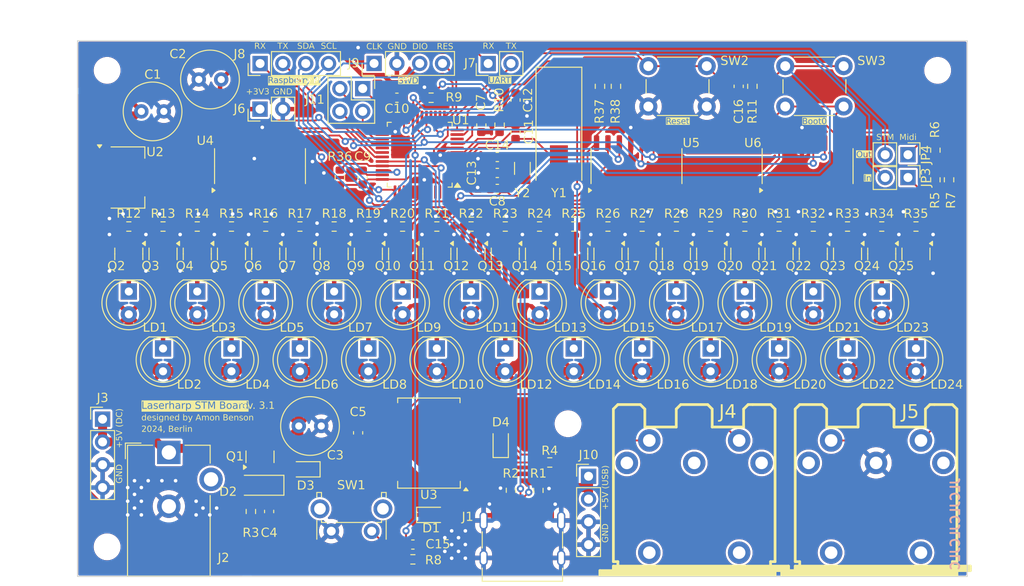
<source format=kicad_pcb>
(kicad_pcb (version 20240108) (generator "pcbnew") (generator_version "8.0")
  (layers (0 "F.Cu" signal) (31 "B.Cu" signal) (34 "B.Paste" user) (35 "F.Paste" user) (36 "B.SilkS" user "B.Silkscreen") (37 "F.SilkS" user "F.Silkscreen") (38 "B.Mask" user) (39 "F.Mask" user) (44 "Edge.Cuts" user))
  (net 0 "")
  (net 1 "+5V")
  (net 2 "GND")
  (net 3 "+3V3")
  (net 4 "+5VP")
  (net 5 "RCC_OSC_IN")
  (net 6 "RCC_OSC_OUT")
  (net 7 "USB_OSC_IN")
  (net 8 "USB_OSC_OUT")
  (net 9 "BTN_CAL")
  (net 10 "RESET")
  (net 11 "/USB_PWR")
  (net 12 "Net-(D2-A)")
  (net 13 "/MIDI_IN_SNK")
  (net 14 "Net-(D4-K)")
  (net 15 "Net-(J1-CC2)")
  (net 16 "USB_D-")
  (net 17 "USB_D+")
  (net 18 "Net-(J1-CC1)")
  (net 19 "/VIN")
  (net 20 "/MIDI_IN_SRC")
  (net 26 "/MIDI_OUT_SNK")
  (net 27 "/MIDI_OUT_SRC")
  (net 28 "SWDIO")
  (net 29 "SWCLK")
  (net 30 "DEBUG_RX")
  (net 31 "DEBUG_TX")
  (net 32 "RASPI_TX")
  (net 33 "RASPI_RX")
  (net 34 "RASPI_SDA")
  (net 35 "RASPI_SCL")
  (net 36 "/Diode Array/DO0")
  (net 37 "/Diode Array/DO1")
  (net 38 "/Diode Array/DO2")
  (net 39 "/Diode Array/DO3")
  (net 40 "/Diode Array/DO4")
  (net 41 "/Diode Array/DO5")
  (net 42 "/Diode Array/DO6")
  (net 43 "/Diode Array/DO7")
  (net 44 "/Diode Array/DO8")
  (net 45 "/Diode Array/DO9")
  (net 46 "/Diode Array/DO10")
  (net 47 "/Diode Array/DO11")
  (net 48 "/Diode Array/DO12")
  (net 49 "/Diode Array/DO13")
  (net 50 "/Diode Array/DO14")
  (net 51 "/Diode Array/DO15")
  (net 52 "/Diode Array/DO16")
  (net 53 "/Diode Array/DO17")
  (net 54 "/Diode Array/DO18")
  (net 55 "/Diode Array/DO19")
  (net 56 "/Diode Array/DO20")
  (net 57 "/Diode Array/DO21")
  (net 58 "/Diode Array/DO22")
  (net 59 "/Diode Array/DO23")
  (net 60 "/DAR_DI0")
  (net 61 "/DAR_DI1")
  (net 62 "/DAR_DI2")
  (net 63 "/DAR_DI3")
  (net 64 "/DAR_DI4")
  (net 65 "/DAR_DI5")
  (net 66 "/DAR_DI6")
  (net 67 "/DAR_DI7")
  (net 68 "/DAR_DI8")
  (net 69 "/DAR_DI9")
  (net 70 "/DAR_DI10")
  (net 71 "/DAR_DI11")
  (net 72 "/DAR_DI12")
  (net 73 "/DAR_DI13")
  (net 74 "/DAR_DI14")
  (net 75 "/DAR_DI15")
  (net 76 "/DAR_DI16")
  (net 77 "/DAR_DI17")
  (net 78 "/DAR_DI18")
  (net 79 "/DAR_DI19")
  (net 80 "/DAR_DI20")
  (net 81 "/DAR_DI21")
  (net 82 "/DAR_DI22")
  (net 83 "/DAR_DI23")
  (net 84 "MIDI_RX")
  (net 85 "MIDI_TX")
  (net 86 "Net-(R8-Pad1)")
  (net 87 "BOOT0")
  (net 88 "SR_LATCH")
  (net 90 "GPIO_PB14")
  (net 93 "SR_DS0")
  (net 94 "GPIO_PB12")
  (net 97 "SR_CLK")
  (net 102 "GPIO_PB13")
  (net 103 "GPIO_PB15")
  (net 107 "LA_VPROBE")
  (net 111 "Net-(U4-QH')")
  (net 112 "Net-(U5-QH')")
  (net 114 "Net-(JP3-A)")
  (net 115 "Net-(JP4-A)")
  (footprint "Connector_PinHeader_2.54mm:PinHeader_2x02_P2.54mm_Vertical" (layer "F.Cu") (at 109.225 66.289 -90)
    (property "Reference" "J11")
    (property "Value" "GPIO")
  )
  (footprint "Package_TO_SOT_SMD:SOT-23" (layer "F.Cu") (at 167.005 84.709 -90)
    (property "Reference" "Q24")
    (property "Value" "2N7002" (hide yes))
  )
  (footprint "Package_TO_SOT_SMD:SOT-23" (layer "F.Cu") (at 117.475 84.709 -90)
    (property "Reference" "Q11")
    (property "Value" "2N7002" (hide yes))
  )
  (footprint "Resistor_SMD:R_0603_1608Metric" (layer "F.Cu") (at 135.636 66.04 90)
    (property "Reference" "R37")
    (property "Value" "220k" (hide yes))
  )
  (footprint "MountingHole:MountingHole_2.7mm" (layer "F.Cu") (at 80.772 117.348)
    (property "Reference" "H3" (hide yes))
    (property "Value" "MountingHole" (hide yes))
  )
  (footprint "Package_TO_SOT_SMD:SOT-23" (layer "F.Cu") (at 128.905 84.709 -90)
    (property "Reference" "Q14")
    (property "Value" "2N7002" (hide yes))
  )
  (footprint "Capacitor_SMD:C_0603_1608Metric" (layer "F.Cu") (at 109.22 76.2 90)
    (property "Reference" "C9")
    (property "Value" "100n" (hide yes))
  )
  (footprint "Resistor_SMD:R_0603_1608Metric" (layer "F.Cu") (at 152.602 66.04 -90)
    (property "Reference" "R11")
    (property "Value" "100k" (hide yes))
  )
  (footprint "Package_TO_SOT_SMD:SOT-223-3_TabPin2" (layer "F.Cu") (at 83.058 76.2)
    (property "Reference" "U2")
    (property "Value" "AMS1117-3.3" (hide yes))
  )
  (footprint "LED_THT:LED_D5.0mm" (layer "F.Cu") (at 102.235 95.25 -90)
    (property "Reference" "LD6")
    (property "Value" "Laser_Diode" (hide yes))
  )
  (footprint "Connector_PinHeader_2.54mm:PinHeader_1x04_P2.54mm_Vertical" (layer "F.Cu") (at 110.49 63.49 90)
    (property "Reference" "J9")
    (property "Value" "Debug" (hide yes))
  )
  (footprint "Resistor_SMD:R_0603_1608Metric" (layer "F.Cu") (at 117.475 81.661 180)
    (property "Reference" "R21")
    (property "Value" "10k" (hide yes))
  )
  (footprint "Package_TO_SOT_SMD:SOT-23" (layer "F.Cu") (at 86.995 84.709 -90)
    (property "Reference" "Q3")
    (property "Value" "2N7002" (hide yes))
  )
  (footprint "Capacitor_SMD:C_0603_1608Metric" (layer "F.Cu") (at 126.238 71.12 90)
    (property "Reference" "C11")
    (property "Value" "10p" (hide yes))
  )
  (footprint "Resistor_SMD:R_0603_1608Metric" (layer "F.Cu") (at 167.005 81.661 180)
    (property "Reference" "R34")
    (property "Value" "10k" (hide yes))
  )
  (footprint "Resistor_SMD:R_0603_1608Metric" (layer "F.Cu") (at 136.525 81.661 180)
    (property "Reference" "R26")
    (property "Value" "10k" (hide yes))
  )
  (footprint "Diode_SMD:D_SOD-323" (layer "F.Cu") (at 116.84 113.792)
    (property "Reference" "D1")
    (property "Value" "1N5819" (hide yes))
  )
  (footprint "Capacitor_SMD:C_0603_1608Metric" (layer "F.Cu") (at 98.806 113.411 -90)
    (property "Reference" "C4")
    (property "Value" "100n" (hide yes))
  )
  (footprint "Diode_SMD:D_MiniMELF" (layer "F.Cu") (at 97.79 110.49 180)
    (property "Reference" "D2")
    (property "Value" "ZMM5V6" (hide yes))
  )
  (footprint "Button_Switch_THT:SW_PUSH_6mm" (layer "F.Cu") (at 147.522 68.29 180)
    (property "Reference" "SW2")
    (property "Value" "Reset" (hide yes))
  )
  (footprint "LED_THT:LED_D5.0mm" (layer "F.Cu") (at 136.525 88.9 -90)
    (property "Reference" "LD15")
    (property "Value" "Laser_Diode" (hide yes))
  )
  (footprint "Resistor_SMD:R_0603_1608Metric" (layer "F.Cu") (at 174.498 76.454 90)
    (property "Reference" "R7")
    (property "Value" "47" (hide yes))
  )
  (footprint "Resistor_SMD:R_0603_1608Metric" (layer "F.Cu") (at 144.145 81.661 180)
    (property "Reference" "R28")
    (property "Value" "10k" (hide yes))
  )
  (footprint "Package_TO_SOT_SMD:SOT-23" (layer "F.Cu") (at 140.335 84.709 -90)
    (property "Reference" "Q17")
    (property "Value" "2N7002" (hide yes))
  )
  (footprint "Button_Switch_THT:SW_Tactile_SPST_Angled_PTS645Vx39-2LFS" (layer "F.Cu") (at 110.225 115.6035 180)
    (property "Reference" "SW1")
    (property "Value" "Cal" (hide yes))
  )
  (footprint "Connector_BarrelJack:BarrelJack_CUI_PJ-102AH_Horizontal" (layer "F.Cu") (at 87.642 106.83)
    (property "Reference" "J2")
    (property "Value" "Power")
  )
  (footprint "Button_Switch_THT:SW_PUSH_6mm" (layer "F.Cu") (at 156.262 63.79)
    (property "Reference" "SW3")
    (property "Value" "Boot" (hide yes))
  )
  (footprint "Resistor_SMD:R_0603_1608Metric" (layer "F.Cu") (at 172.974 76.454 -90)
    (property "Reference" "R5")
    (property "Value" "470" (hide yes))
  )
  (footprint "Capacitor_SMD:C_0603_1608Metric" (layer "F.Cu") (at 124.206 73.914 180)
    (property "Reference" "C14")
    (property "Value" "10p" (hide yes))
  )
  (footprint "Capacitor_SMD:C_0603_1608Metric" (layer "F.Cu") (at 124.206 75.692 180)
    (property "Reference" "C13")
    (property "Value" "10p" (hide yes))
  )
  (footprint "Resistor_SMD:R_0603_1608Metric" (layer "F.Cu") (at 109.855 81.661 180)
    (property "Reference" "R19")
    (property "Value" "10k" (hide yes))
  )
  (footprint "LED_THT:LED_D5.0mm" (layer "F.Cu") (at 163.195 95.25 -90)
    (property "Reference" "LD22")
    (property "Value" "Laser_Diode" (hide yes))
  )
  (footprint "Connector_PinHeader_2.54mm:PinHeader_1x02_P2.54mm_Vertical" (layer "F.Cu") (at 97.79 68.58 90)
    (property "Reference" "J6")
    (property "Value" "3V3 Power")
  )
  (footprint "Package_TO_SOT_SMD:SOT-23" (layer "F.Cu") (at 155.575 84.709 -90)
    (property "Reference" "Q21")
    (property "Value" "2N7002" (hide yes))
  )
  (footprint "Package_TO_SOT_SMD:SOT-23" (layer "F.Cu") (at 109.855 84.709 -90)
    (property "Reference" "Q9")
    (property "Value" "2N7002" (hide yes))
  )
  (footprint "Connector_PinHeader_2.54mm:PinHeader_1x04_P2.54mm_Vertical" (layer "F.Cu") (at 134.366 109.484)
    (property "Reference" "J10")
    (property "Value" "USB Power" (hide yes))
  )
  (footprint "LED_THT:LED_D5.0mm" (layer "F.Cu") (at 140.335 95.25 -90)
    (property "Reference" "LD16")
    (property "Value" "Laser_Diode" (hide yes))
  )
  (footprint "Resistor_SMD:R_0603_1608Metric" (layer "F.Cu") (at 140.335 81.661 180)
    (property "Reference" "R27")
    (property "Value" "10k" (hide yes))
  )
  (footprint "LED_THT:LED_D5.0mm" (layer "F.Cu") (at 125.095 95.25 -90)
    (property "Reference" "LD12")
    (property "Value" "Laser_Diode" (hide yes))
  )
  (footprint "Package_TO_SOT_SMD:SOT-23" (layer "F.Cu") (at 151.765 84.709 -90)
    (property "Reference" "Q20")
    (property "Value" "2N7002" (hide yes))
  )
  (footprint "Connector_PinHeader_2.54mm:PinHeader_1x04_P2.54mm_Vertical" (layer "F.Cu") (at 97.8 63.5 90)
    (property "Reference" "J8")
    (property "Value" "Raspberry Pi" (hide yes))
  )
  (footprint "Capacitor_SMD:C_0603_1608Metric" (layer "F.Cu") (at 126.238 67.564 -90)
    (property "Reference" "C12")
    (property "Value" "10p" (hide yes))
  )
  (footprint "Crystal:Crystal_SMD_HC49-SD" (layer "F.Cu") (at 131.064 70.612 -90)
    (property "Reference" "Y1")
    (property "Value" "8 MHz" (hide yes))
  )
  (footprint "Crystal:Crystal_SMD_3215-2Pin_3.2x1.5mm" (layer "F.Cu") (at 127 75.184 90)
    (property "Reference" "Y2")
    (property "Value" "32.768 KHz" (hide yes))
  )
  (footprint "Package_SO:SO-16_3.9x9.9mm_P1.27mm" (layer "F.Cu") (at 139.7 74.93 90)
    (property "Reference" "U5")
    (property "Value" "74HC595" (hide yes))
  )
  (footprint "Package_TO_SOT_SMD:SOT-23" (layer "F.Cu") (at 136.525 84.709 -90)
    (property "Reference" "Q16")
    (property "Value" "2N7002" (hide yes))
  )
  (footprint "Capacitor_SMD:C_0603_1608Metric" (layer "F.Cu") (at 108.712 104.648 90)
    (property "Reference" "C5")
    (property "Value" "100n" (hide yes))
  )
  (footprint "Resistor_SMD:R_0603_1608Metric" (layer "F.Cu") (at 172.974 73.152 90)
    (property "Reference" "R6")
    (property "Value" "47" (hide yes))
  )
  (footprint "Resistor_SMD:R_0603_1608Metric" (layer "F.Cu") (at 113.665 81.661 180)
    (property "Reference" "R20")
    (property "Value" "10k" (hide yes))
  )
  (footprint "LED_THT:LED_D5.0mm" (layer "F.Cu") (at 90.805 88.9 -90)
    (property "Reference" "LD3")
    (property "Value" "Laser_Diode" (hide yes))
  )
  (footprint "Resistor_SMD:R_0603_1608Metric" (layer "F.Cu") (at 90.805 81.661 180)
    (property "Reference" "R14")
    (property "Value" "10k" (hide yes))
  )
  (footprint "Diode_SMD:D_SOD-323" (layer "F.Cu") (at 124.587 105.791 90)
    (property "Reference" "D4")
    (property "Value" "1N4148WS" (hide yes))
  )
  (footprint "LED_THT:LED_D5.0mm" (layer "F.Cu") (at 109.855 95.25 -90)
    (property "Reference" "LD8")
    (property "Value" "Laser_Diode" (hide yes))
  )
  (footprint "LED_THT:LED_D5.0mm" (layer "F.Cu") (at 128.905 88.9 -90)
    (property "Reference" "LD13")
    (property "Value" "Laser_Diode" (hide yes))
  )
  (footprint "Package_TO_SOT_SMD:SOT-23" (layer "F.Cu") (at 125.095 84.709 -90)
    (property "Reference" "Q13")
    (property "Value" "2N7002" (hide yes))
  )
  (footprint "Capacitor_SMD:C_0603_1608Metric" (layer "F.Cu") (at 124.206 77.47 180)
    (property "Reference" "C8")
    (property "Value" "100n" (hide yes))
  )
  (footprint "Resistor_SMD:R_0603_1608Metric" (layer "F.Cu") (at 106.045 81.661 180)
    (property "Reference" "R18")
    (property "Value" "10k" (hide yes))
  )
  (footprint "Package_SO:SO-16_3.9x9.9mm_P1.27mm" (layer "F.Cu") (at 97.79 74.93 90)
    (property "Reference" "U4")
    (property "Value" "74HC595" (hide yes))
  )
  (footprint "Capacitor_THT:C_Radial_D6.3mm_H5.0mm_P2.50mm" (layer "F.Cu") (at 102.108 103.886)
    (property "Reference" "C3")
    (property "Value" "10u" (hide yes))
  )
  (footprint "LED_THT:LED_D5.0mm" (layer "F.Cu") (at 167.005 88.9 -90)
    (property "Reference" "LD23")
    (property "Value" "Laser_Diode" (hide yes))
  )
  (footprint "Connector_PinHeader_2.54mm:PinHeader_1x02_P2.54mm_Vertical" (layer "F.Cu") (at 123.19 63.5 90)
    (property "Reference" "J7")
    (property "Value" "UART" (hide yes))
  )
  (footprint "Resistor_SMD:R_0603_1608Metric" (layer "F.Cu") (at 159.385 81.661 180)
    (property "Reference" "R32")
    (property "Value" "10k" (hide yes))
  )
  (footprint "Resistor_SMD:R_0603_1608Metric" (layer "F.Cu") (at 128.905 81.661 180)
    (property "Reference" "R24")
    (property "Value" "10k" (hide yes))
  )
  (footprint "Resistor_SMD:R_0603_1608Metric" (layer "F.Cu") (at 170.815 81.661 180)
    (property "Reference" "R35")
    (property "Value" "10k" (hide yes))
  )
  (footprint "Resistor_SMD:R_0603_1608Metric" (layer "F.Cu") (at 116.84 67.31 180)
    (property "Reference" "R9")
    (property "Value" "10k" (hide yes))
  )
  (footprint "MountingHole:MountingHole_2.7mm" (layer "F.Cu") (at 80.772 64.262)
    (property "Reference" "H2" (hide yes))
    (property "Value" "MountingHole" (hide yes))
  )
  (footprint "Resistor_SMD:R_0603_1608Metric" (layer "F.Cu") (at 94.615 81.661 180)
    (property "Reference" "R15")
    (property "Value" "10k" (hide yes))
  )
  (footprint "MountingHole:MountingHole_2.7mm" (layer "F.Cu") (at 173.228 64.262)
    (property "Reference" "H1" (hide yes))
    (property "Value" "MountingHole" (hide yes))
  )
  (footprint "Package_SO:SSO-8_6.7x9.8mm_P2.54mm_Clearance8mm" (layer "F.Cu") (at 116.586 105.791 180)
    (property "Reference" "U3")
    (property "Value" "6N137" (hide yes))
  )
  (footprint "Package_TO_SOT_SMD:SOT-23" (layer "F.Cu") (at 163.195 84.709 -90)
    (property "Reference" "Q23")
    (property "Value" "2N7002" (hide yes))
  )
  (footprint "Capacitor_SMD:C_0603_1608Metric" (layer "F.Cu") (at 122.428 70.358 -90)
    (property "Reference" "C7")
    (property "Value" "100n" (hide yes))
  )
  (footprint "Connector_USB:USB_C_Receptacle_Palconn_UTC16-G" (layer "F.Cu") (at 127 116.346)
    (property "Reference" "J1")
    (property "Value" "USB Type C" (hide yes))
  )
  (footprint "Package_TO_SOT_SMD:SOT-23" (layer "F.Cu") (at 97.79 107.315 90)
    (property "Reference" "Q1")
    (property "Value" "AO3401A" (hide yes))
  )
  (footprint "LED_THT:LED_D5.0mm" (layer "F.Cu") (at 151.765 88.9 -90)
    (property "Reference" "LD19")
    (property "Value" "Laser_Diode" (hide yes))
  )
  (footprint "Resistor_SMD:R_0603_1608Metric" (layer "F.Cu") (at 125.73 111.04811 90)
    (property "Reference" "R2")
    (property "Value" "5.1k" (hide yes))
  )
  (footprint "Diode_SMD:D_SOD-323" (layer "F.Cu") (at 102.87 108.712 180)
    (property "Reference" "D3")
    (property "Value" "1N5819" (hide yes))
  )
  (footprint "Capacitor_SMD:C_0603_1608Metric" (layer "F.Cu") (at 151.078 66.04 -90)
    (property "Reference" "C16")
    (property "Value" "100n" (hide yes))
  )
  (footprint "Resistor_SMD:R_0603_1608Metric" (layer "F.Cu") (at 151.765 81.661 180)
    (property "Reference" "R30")
    (property "Value" "10k" (hide yes))
  )
  (footprint "Resistor_SMD:R_0603_1608Metric" (layer "F.Cu") (at 125.095 81.661 180)
    (property "Reference" "R23")
    (property "Value" "10k" (hide yes))
  )
  (footprint "LED_THT:LED_D5.0mm" (layer "F.Cu") (at 170.815 95.25 -90)
    (property "Reference" "LD24")
    (property "Value" "Laser_Diode" (hide yes))
  )
  (footprint "w_conn_av:din-5" (layer "F.Cu") (at 146.12874 110.998)
    (property "Reference" "J4")
    (property "Value" "Midi_In" (hide yes))
  )
  (footprint "Resistor_SMD:R_0603_1608Metric" (layer "F.Cu") (at 106.68 76.2 90)
    (property "Reference" "R36")
    (property "Value" "1.5k" (hide yes))
  )
  (footprint "Package_TO_SOT_SMD:SOT-23" (layer "F.Cu") (at 159.385 84.709 -90)
    (property "Reference" "Q22")
    (property "Value" "2N7002" (hide yes))
  )
  (footprint "Resistor_SMD:R_0603_1608Metric" (layer "F.Cu") (at 83.185 81.661 180)
    (property "Reference" "R12")
    (property "Value" "10k" (hide yes))
  )
  (footprint "Package_TO_SOT_SMD:SOT-23" (layer "F.Cu") (at 113.665 84.709 -90)
    (property "Reference" "Q10")
    (property "Value" "2N7002" (hide yes))
  )
  (footprint "Capacitor_SMD:C_0603_1608Metric" (layer "F.Cu") (at 114.808 117.094)
    (property "Reference" "C15")
    (property "Value" "100n" (hide yes))
  )
  (footprint "Resistor_SMD:R_0603_1608Metric" (layer "F.Cu") (at 155.575 81.661 180)
    (property "Reference" "R31")
    (property "Value" "10k" (hide yes))
  )
  (footprint "LED_THT:LED_D5.0mm" (layer "F.Cu") (at 94.615 95.25 -90)
    (property "Reference" "LD4")
    (property "Value" "Laser_Diode" (hide yes))
  )
  (footprint "Resistor_SMD:R_0603_1608Metric" (layer "F.Cu") (at 124.46 70.358 -90)
    (property "Reference" "R10")
    (property "Value" "100k" (hide yes))
  )
  (footprint "LED_THT:LED_D5.0mm" (layer "F.Cu") (at 106.045 88.9 -90)
    (property "Reference" "LD7")
    (property "Value" "Laser_Diode" (hide yes))
  )
  (footprint "Package_TO_SOT_SMD:SOT-23" (layer "F.Cu") (at 94.615 84.709 -90)
    (property "Reference" "Q5")
    (property "Value" "2N7002" (hide yes))
  )
  (footprint "Package_TO_SOT_SMD:SOT-23" (layer "F.Cu") (at 144.145 84.709 -90)
    (property "Reference" "Q18")
    (property "Value" "2N7002" (hide yes))
  )
  (footprint "LED_THT:LED_D5.0mm" (layer "F.Cu") (at 147.955 95.25 -90)
    (property "Reference" "LD18")
    (property "Value" "Laser_Diode" (hide yes))
  )
  (footprint "Package_QFP:LQFP-48_7x7mm_P0.5mm" (layer "F.Cu") (at 115.57 73.66 180)
    (property "Reference" "U1")
    (property "Value" "STM32F103C8T6" (hide yes))
  )
  (footprint "Package_TO_SOT_SMD:SOT-23" (layer "F.Cu") (at 170.815 84.709 -90)
    (property "Reference" "Q25")
    (property "Value" "2N7002" (hide yes))
  )
  (footprint "Resistor_SMD:R_0603_1608Metric" (layer "F.Cu") (at 128.778 111.061 90)
    (property "Reference" "R1")
    (property "Value" "5.1k" (hide yes))
  )
  (footprint "Package_TO_SOT_SMD:SOT-23" (layer "F.Cu") (at 121.285 84.709 -90)
    (property "Reference" "Q12")
    (property "Value" "2N7002" (hide yes))
  )
  (footprint "Package_TO_SOT_SMD:SOT-23" (layer "F.Cu") (at 132.715 84.709 -90)
    (property "Reference" "Q15")
    (property "Value" "2N7002" (hide yes))
  )
  (footprint "LED_THT:LED_D5.0mm" (layer "F.Cu") (at 159.385 88.9 -90)
    (property "Reference" "LD21")
    (property "Value" "Laser_Diode" (hide yes))
  )
  (footprint "Resistor_SMD:R_0603_1608Metric" (layer "F.Cu") (at 102.235 81.661 180)
    (property "Reference" "R17")
    (property "Value" "10k" (hide yes))
  )
  (footprint "Resistor_SMD:R_0603_1608Metric" (layer "F.Cu") (at 130.048 107.95 180)
    (property "Reference" "R4")
    (property "Value" "220" (hide yes))
  )
  (footprint "Connector_PinHeader_2.54mm:PinHeader_1x02_P2.54mm_Vertical" (layer "F.Cu") (at 169.926 76.2 -90)
    (property "Reference" "JP3")
    (property "Value" "STM_Midi_In" (hide yes))
  )
  (footprint "LED_THT:LED_D5.0mm" (layer "F.Cu") (at 83.185 88.9 -90)
    (property "Reference" "LD1")
    (property "Value" "Laser_Diode" (hide yes))
  )
  (footprint "w_conn_av:din-5" (layer "F.Cu") (at 166.37 110.998)
    (property "Reference" "J5")
    (property "Value" "Midi_Out" (hide yes))
  )
  (footprint "Resistor_SMD:R_0603_1608Metric" (layer "F.Cu") (at 96.774 113.411 -90)
    (property "Reference" "R3")
    (property "Value" "100k" (hide yes))
  )
  (footprint "LED_THT:LED_D5.0mm" (layer "F.Cu") (at 155.575 95.25 -90)
    (property "Reference" "LD20")
    (property "Value" "Laser_Diode" (hide yes))
  )
  (footprint "Resistor_SMD:R_0603_1608Metric" (layer "F.Cu") (at 121.285 81.661 180)
    (property "Reference" "R22")
    (property "Value" "10k" (hide yes))
  )
  (footprint "Resistor_SMD:R_0603_1608Metric" (layer "F.Cu") (at 114.808 118.745)
    (property "Reference" "R8")
    (property "Value" "1k" (hide yes))
  )
  (footprint "Package_SO:SO-16_3.9x9.9mm_P1.27mm" (layer "F.Cu") (at 158.75 74.93 90)
    (property "Reference" "U6")
    (property "Value" "74HC595" (hide yes))
  )
  (footprint "Package_TO_SOT_SMD:SOT-23" (layer "F.Cu") (at 90.805 84.709 -90)
    (property "Reference" "Q4")
    (property "Value" "2N7002" (hide yes))
  )
  (footprint "Package_TO_SOT_SMD:SOT-23" (layer "F.Cu") (at 102.235 84.709 -90)
    (property "Reference" "Q7")
    (property "Value" "2N7002" (hide yes))
  )
  (footprint "LED_THT:LED_D5.0mm" (layer "F.Cu") (at 117.475 95.25 -90)
    (property "Reference" "LD10")
    (property "Value" "Laser_Diode" (hide yes))
  )
  (footprint "Capacitor_SMD:C_0603_1608Metric" (layer "F.Cu") (at 113.03 67.31)
    (property "Reference" "C10")
    (property "Value" "100n" (hide yes))
  )
  (footprint "Package_TO_SOT_SMD:SOT-23" (layer "F.Cu") (at 98.425 84.709 -90)
    (property "Reference" "Q6")
    (property "Value" "2N7002" (hide yes))
  )
  (footprint "Resistor_SMD:R_0603_1608Metric" (layer "F.Cu") (at 98.425 81.661 180)
    (property "Reference" "R16")
    (property "Value" "10k" (hide yes))
  )
  (footprint "LED_THT:LED_D5.0mm" (layer "F.Cu") (at 121.285 88.9 -90)
    (property "Reference" "LD11")
    (property "Value" "Laser_Diode" (hide yes))
  )
  (footprint "Connector_PinHeader_2.54mm:PinHeader_1x04_P2.54mm_Vertical" (layer "F.Cu") (at 80.264 103.124)
    (property "Reference" "J3")
    (property "Value" "VIN Power" (hide yes))
  )
  (footprint "MountingHole:MountingHole_2.7mm" (layer "F.Cu") (at 132.08 103.632)
    (property "Reference" "H4" (hide yes))
    (property "Value" "MountingHole" (hide yes))
  )
  (footprint "LED_THT:LED_D5.0mm" (layer "F.Cu") (at 113.665 88.9 -90)
    (property "Reference" "LD9")
    (property "Value" "Laser_Diode" (hide yes))
  )
  (footprint "LED_THT:LED_D5.0mm" (layer "F.Cu") (at 98.425 88.9 -90)
    (property "Reference" "LD5")
    (property "Value" "Laser_Diode" (hide yes))
  )
  (footprint "Package_TO_SOT_SMD:SOT-23" (layer "F.Cu") (at 147.955 84.709 -90)
    (property "Reference" "Q19")
    (property "Value" "2N7002" (hide yes))
  )
  (footprint "Capacitor_THT:C_Radial_D6.3mm_H5.0mm_P2.50mm" (layer "F.Cu") (at 93.472 65.278 180)
    (property "Reference" "C2")
    (property "Value" "22u" (hide yes))
  )
  (footprint "Resistor_SMD:R_0603_1608Metric" (layer "F.Cu") (at 86.995 81.661 180)
    (property "Reference" "R13")
    (property "Value" "10k" (hide yes))
  )
  (footprint "Resistor_SMD:R_0603_1608Metric" (layer "F.Cu") (at 147.955 81.661 180)
    (property "Reference" "R29")
    (property "Value" "10k" (hide yes))
  )
  (footprint "LED_THT:LED_D5.0mm" (layer "F.Cu") (at 144.145 88.9 -90)
    (property "Reference" "LD17")
    (property "Value" "Laser_Diode" (hide yes))
  )
  (footprint "Resistor_SMD:R_0603_1608Metric" (layer "F.Cu") (at 163.195 81.661 180)
    (property "Reference" "R33")
    (property "Value" "10k" (hide yes))
  )
  (footprint "Package_TO_SOT_SMD:SOT-23" (layer "F.Cu") (at 106.045 84.709 -90)
    (property "Reference" "Q8")
    (property "Value" "2N7002" (hide yes))
  )
  (footprint "LED_THT:LED_D5.0mm" (layer "F.Cu") (at 132.715 95.25 -90)
    (property "Reference" "LD14")
    (property "Value" "Laser_Diode" (hide yes))
  )
  (footprint "Connector_PinHeader_2.54mm:PinHeader_1x02_P2.54mm_Vertical" (layer "F.Cu") (at 169.926 73.66 -90)
    (property "Reference" "JP4")
    (property "Value" "STM_Midi_Out" (hide yes))
  )
  (footprint "Capacitor_THT:C_Radial_D6.3mm_H5.0mm_P2.50mm" (layer "F.Cu") (at 84.582 68.834)
    (property "Reference" "C1")
    (property "Value" "22u" (hide yes))
  )
  (footprint "Resistor_SMD:R_0603_1608Metric" (layer "F.Cu") (at 137.414 66.04 -90)
    (property "Reference" "R38")
    (property "Value" "330k" (hide yes))
  )
  (footprint "Resistor_SMD:R_0603_1608Metric" (layer "F.Cu") (at 132.715 81.661 180)
    (property "Reference" "R25")
    (property "Value" "10k" (hide yes))
  )
  (footprint "LED_THT:LED_D5.0mm" (layer "F.Cu") (at 86.995 95.25 -90)
    (property "Reference" "LD2")
    (property "Value" "Laser_Diode" (hide yes))
  )
  (footprint "Package_TO_SOT_SMD:SOT-23" (layer "F.Cu") (at 83.185 84.709 -90)
    (property "Reference" "Q2")
    (property "Value" "2N7002" (hide yes))
  )
  (gr_rect (start 77.47 60.96) (end 176.53 120.65) (stroke (width 0.1)) (fill none) (layer "Edge.Cuts"))
  (gr_text "JLCJLCJLCJLC" (at 175.768 114.808 90) (layer "B.SilkS") (effects (font (size 1 1) (thickness 0.2)) (justify bottom mirror)))
  (gr_text "STM" (at 167.386 72.136 0) (layer "F.SilkS") (effects (font (size 0.67 0.67) (thickness 0.1)) (justify bottom)))
  (gr_text "RX" (at 97.79 61.976 0) (layer "F.SilkS") (effects (font (size 0.67 0.67) (thickness 0.1)) (justify bottom)))
  (gr_text "+5V (USB)" (at 136.652 110.744 90) (layer "F.SilkS") (effects (font (size 0.67 0.67) (thickness 0.1)) (justify bottom)))
  (gr_text "SCL" (at 105.439999 61.976001 0) (layer "F.SilkS") (effects (font (size 0.67 0.67) (thickness 0.1)) (justify bottom)))
  (gr_text "designed by Amon Benson" (at 84.582 103.378 0) (layer "F.SilkS") (effects (font (size 0.67 0.67) (thickness 0.1)) (justify left bottom)))
  (gr_text "GND" (at 82.55 109.22 90) (layer "F.SilkS") (effects (font (size 0.67 0.67) (thickness 0.1)) (justify bottom)))
  (gr_text "TX" (at 100.33 61.976 0) (layer "F.SilkS") (effects (font (size 0.67 0.67) (thickness 0.1)) (justify bottom)))
  (gr_text "Raspberry Pi" (at 101.6 65.786 0) (layer "F.SilkS" knockout) (effects (font (size 0.67 0.67) (thickness 0.1)) (justify bottom)))
  (gr_text "RX" (at 123.22 61.976 0) (layer "F.SilkS") (effects (font (size 0.67 0.67) (thickness 0.1)) (justify bottom)))
  (gr_text "Boot0" (at 159.512 70.358 0) (layer "F.SilkS" knockout) (effects (font (size 0.67 0.67) (thickness 0.1)) (justify bottom)))
  (gr_text "Midi" (at 169.926 72.136 0) (layer "F.SilkS") (effects (font (size 0.67 0.67) (thickness 0.1)) (justify bottom)))
  (gr_text "Laserharp STM Board" (at 84.582 102.108 0) (layer "F.SilkS" knockout) (effects (font (size 0.8 0.8) (thickness 0.1)) (justify left bottom)))
  (gr_text "In" (at 165.862 76.30545 0) (layer "F.SilkS" knockout) (effects (font (size 0.67 0.67) (thickness 0.1)) (justify right)))
  (gr_text "CLK" (at 110.519999 62.019101 0) (layer "F.SilkS") (effects (font (size 0.67 0.67) (thickness 0.1)) (justify bottom)))
  (gr_text "+3V3" (at 97.536 67.056 0) (layer "F.SilkS") (effects (font (size 0.67 0.67) (thickness 0.1)) (justify bottom)))
  (gr_text "RES" (at 118.393999 62.019101 0) (layer "F.SilkS") (effects (font (size 0.67 0.67) (thickness 0.1)) (justify bottom)))
  (gr_text "GND" (at 100.33 67.056 0) (layer "F.SilkS") (effects (font (size 0.67 0.67) (thickness 0.1)) (justify bottom)))
  (gr_text "GND" (at 113.059999 62.019101 0) (layer "F.SilkS") (effects (font (size 0.67 0.67) (thickness 0.1)) (justify bottom)))
  (gr_text "UART" (at 124.459999 65.786001 0) (layer "F.SilkS" knockout) (effects (font (size 0.67 0.67) (thickness 0.1)) (justify bottom)))
  (gr_text "Reset" (at 144.272 70.358 0) (layer "F.SilkS" knockout) (effects (font (size 0.67 0.67) (thickness 0.1)) (justify bottom)))
  (gr_text "SWD" (at 114.299999 65.829101 0) (layer "F.SilkS" knockout) (effects (font (size 0.67 0.67) (thickness 0.1)) (justify bottom)))
  (gr_text "GND" (at 136.652 115.824 90) (layer "F.SilkS") (effects (font (size 0.67 0.67) (thickness 0.1)) (justify bottom)))
  (gr_text "rev. 3.1" (at 95.25 102.108 0) (layer "F.SilkS") (effects (font (size 0.8 0.8) (thickness 0.1)) (justify left bottom)))
  (gr_text "+5V (DC)" (at 82.55 104.14 90) (layer "F.SilkS") (effects (font (size 0.67 0.67) (thickness 0.1)) (justify bottom)))
  (gr_text "DIO" (at 115.599999 62.019101 0) (layer "F.SilkS") (effects (font (size 0.67 0.67) (thickness 0.1)) (justify bottom)))
  (gr_text "2024, Berlin" (at 84.582 104.648 0) (layer "F.SilkS") (effects (font (size 0.67 0.67) (thickness 0.1)) (justify left bottom)))
  (gr_text "SDA" (at 102.9 61.976 0) (layer "F.SilkS") (effects (font (size 0.67 0.67) (thickness 0.1)) (justify bottom)))
  (gr_text "Out" (at 165.862 73.66 0) (layer "F.SilkS" knockout) (effects (font (size 0.67 0.67) (thickness 0.1)) (justify right)))
  (gr_text "TX" (at 125.76 61.976 0) (layer "F.SilkS") (effects (font (size 0.67 0.67) (thickness 0.1)) (justify bottom)))
  (segment (start 108.458 108.712) (end 108.712 108.458) (width 0.5) (layer "F.Cu") (net 1))
  (segment (start 101.092 112.014) (end 103.92 109.186) (width 0.5) (layer "F.Cu") (net 1))
  (segment (start 79.908 78.5) (end 78.232 76.824) (width 0.5) (layer "F.Cu") (net 1))
  (segment (start 108.712 108.458) (end 108.712 105.423) (width 0.5) (layer "F.Cu") (net 1))
  (segment (start 84.328 116.84) (end 98.562502 116.84) (width 0.5) (layer "F.Cu") (net 1))
  (segment (start 101.092 114.310502) (end 101.092 112.014) (width 0.5) (layer "F.Cu") (net 1))
  (segment (start 111.826 109.601) (end 109.347 109.601) (width 0.5) (layer "F.Cu") (net 1))
  (segment (start 103.92 108.712) (end 108.458 108.712) (width 0.5) (layer "F.Cu") (net 1))
  (segment (start 78.232 70.358) (end 79.502 69.088) (width 0.5) (layer "F.Cu") (net 1))
  (segment (start 109.347 109.601) (end 108.458 108.712) (width 0.5) (layer "F.Cu") (net 1))
  (segment (start 78.232 110.744) (end 84.328 116.84) (width 0.5) (layer "F.Cu") (net 1))
  (segment (start 78.232 76.824) (end 78.232 70.358) (width 0.5) (layer "F.Cu") (net 1))
  (segment (start 79.908 79.77) (end 78.232 81.446) (width 0.5) (layer "F.Cu") (net 1))
  (segment (start 78.232 81.446) (end 78.232 110.744) (width 0.5) (layer "F.Cu") (net 1))
  (segment (start 98.562502 116.84) (end 101.092 114.310502) (width 0.5) (layer "F.Cu") (net 1))
  (segment (start 79.502 69.088) (end 84.328 69.088) (width 0.5) (layer "F.Cu") (net 1))
  (segment (start 111.826 109.601) (end 115.79 113.565) (width 0.5) (layer "F.Cu") (net 1))
  (segment (start 103.92 109.186) (end 103.92 108.712) (width 0.5) (layer "F.Cu") (net 1))
  (segment (start 79.908 78.5) (end 79.908 79.77) (width 0.5) (layer "F.Cu") (net 1))
  (segment (start 115.79 113.565) (end 115.79 113.792) (width 0.5) (layer "F.Cu") (net 1))
  (segment (start 96.774 114.236) (end 89.048 114.236) (width 0.5) (layer "F.Cu") (net 2))
  (segment (start 123.431 75.692) (end 122.113786 75.692) (width 0.2) (layer "F.Cu") (net 2))
  (segment (start 123.8 113.836) (end 123.8 113.064644) (width 0.5) (layer "F.Cu") (net 2))
  (segment (start 109.705 75.91) (end 109.22 75.425) (width 0.2) (layer "F.Cu") (net 2))
  (segment (start 130.2 113.051751) (end 130.650911 112.60084) (width 0.5) (layer "F.Cu") (net 2))
  (segment (start 113.805 66.382006) (end 113.805 67.31) (width 0.2) (layer "F.Cu") (net 2))
  (segment (start 113.32 70.619127) (end 112.845168 71.093959) (width 0.2) (layer "F.Cu") (net 2))
  (segment (start 123.965 70.345) (end 126.238 70.345) (width 0.2) (layer "F.Cu") (net 2))
  (segment (start 98.806 114.186) (end 96.824 114.186) (width 0.5) (layer "F.Cu") (net 2))
  (segment (start 124.560707 110.807973) (end 125.14557 110.22311) (width 0.2) (layer "F.Cu") (net 2))
  (segment (start 122.247357 73.914) (end 122.058623 74.102734) (width 0.2) (layer "F.Cu") (net 2))
  (segment (start 113.32 67.795) (end 113.32 69.4975) (width 0.2) (layer "F.Cu") (net 2))
  (segment (start 89.048 114.236) (end 87.642 112.83) (width 0.5) (layer "F.Cu") (net 2))
  (segment (start 119.7325 72.91) (end 118.656 72.91) (width 0.2) (layer "F.Cu") (net 2))
  (segment (start 128.778 110.236) (end 129.344232 110.236) (width 0.2) (layer "F.Cu") (net 2))
  (segment (start 116.078 76.454) (end 117.22141 76.454) (width 0.2) (layer "F.Cu") (net 2))
  (segment (start 125.14557 110.22311) (end 125.73 110.22311) (width 0.2) (layer "F.Cu") (net 2))
  (segment (start 116.096441 66.14019) (end 114.046816 66.14019) (width 0.2) (layer "F.Cu") (net 2))
  (segment (start 123.431 73.914) (end 122.247357 73.914) (width 0.2) (layer "F.Cu") (net 2))
  (segment (start 122.113786 75.692) (end 122.104831 75.683045) (width 0.2) (layer "F.Cu") (net 2))
  (segment (start 122.428 71.133) (end 123.177 71.133) (width 0.2) (layer "F.Cu") (net 2))
  (segment (start 123.8 113.064644) (end 123.322334 112.586978) (width 0.5) (layer "F.Cu") (net 2))
  (segment (start 123.431 77.47) (end 122.177472 77.47) (width 0.2) (layer "F.Cu") (net 2))
  (segment (start 129.344232 110.236) (end 129.962413 110.854181) (width 0.2) (layer "F.Cu") (net 2))
  (segment (start 117.82 77.05259) (end 117.82 77.8225) (width 0.2) (layer "F.Cu") (net 2))
  (segment (start 113.805 67.31) (end 113.32 67.795) (width 0.2) (layer "F.Cu") (net 2))
  (segment (start 117.22141 76.454) (end 117.82 77.05259) (width 0.2) (layer "F.Cu") (net 2))
  (segment (start 111.4075 75.91) (end 109.705 75.91) (width 0.2) (layer "F.Cu") (net 2))
  (segment (start 123.177 71.133) (end 123.965 70.345) (width 0.2) (layer "F.Cu") (net 2))
  (segment (start 114.046816 66.14019) (end 113.805 66.382006) (width 0.2) (layer "F.Cu") (net 2))
  (segment (start 130.2 113.836) (end 130.2 113.051751) (width 0.5) (layer "F.Cu") (net 2))
  (segment (start 118.656 72.91) (end 117.856 73.71) (width 0.2) (layer "F.Cu") (net 2))
  (segment (start 122.177472 77.47) (end 122.017036 77.309564) (width 0.2) (layer "F.Cu") (net 2))
  (segment (start 113.32 69.4975) (end 113.32 70.619127) (width 0.2) (layer "F.Cu") (net 2))
  (via (at 107.95 82.55) (size 0.8) (drill 0.4) (layers "F.Cu" "B.Cu") (net 2))
  (via (at 88.9 82.55) (size 0.8) (drill 0.4) (layers "F.Cu" "B.Cu") (net 2))
  (via (at 157.48 86.868) (size 0.8) (drill 0.4) (layers "F.Cu" "B.Cu") (net 2))
  (via (at 165.1 86.868) (size 0.8) (drill 0.4) (layers "F.Cu" "B.Cu") (net 2))
  (via (at 127 82.55) (size 0.8) (drill 0.4) (layers "F.Cu" "B.Cu") (net 2))
  (via (at 94.742 80.264) (size 0.8) (drill 0.4) (layers "F.Cu" "B.Cu") (net 2))
  (via (at 153.67 86.868) (size 0.8) (drill 0.4) (layers "F.Cu" "B.Cu") (net 2))
  (via (at 92.71 82.55) (size 0.8) (drill 0.4) (layers "F.Cu" "B.Cu") (net 2))
  (via (at 92.964 113.03) (size 0.8) (drill 0.4) (layers "F.Cu" "B.Cu") (net 2))
  (via (at 123.322334 112.586978) (size 0.8) (drill 0.4) (layers "F.Cu" "B.Cu") (net 2))
  (via (at 146.05 82.55) (size 0.8) (drill 0.4) (layers "F.Cu" "B.Cu") (net 2))
  (via (at 130.650911 112.60084) (size 0.8) (drill 0.4) (layers "F.Cu" "B.Cu") (net 2))
  (via (at 127 86.868) (size 0.8) (drill 0.4) (layers "F.Cu" "B.Cu") (net 2))
  (via (at 172.72 82.55) (size 0.8) (drill 0.4) (layers "F.Cu" "B.Cu") (net 2))
  (via (at 157.734 80.01) (size 0.8) (drill 0.4) (layers "F.Cu" "B.Cu") (net 2))
  (via (at 125.222 80.518) (size 0.8) (drill 0.4) (layers "F.Cu" "B.Cu") (net 2))
  (via (at 82.55 80.264) (size 0.8) (drill 0.4) (layers "F.Cu" "B.Cu") (net 2))
  (via (at 85.344 109.982) (size 0.8) (drill 0.4) (layers "F.Cu" "B.Cu") (net 2))
  (via (at 100.33 82.55) (size 0.8) (drill 0.4) (layers "F.Cu" "B.Cu") (net 2))
  (via (at 91.44 113.03) (size 0.8) (drill 0.4) (layers "F.Cu" "B.Cu") (net 2))
  (via (at 107.95 81.026) (size 0.8) (drill 0.4) (layers "F.Cu" "B.Cu") (net 2))
  (via (at 161.29 82.55) (size 0.8) (drill 0.4) (layers "F.Cu" "B.Cu") (net 2))
  (via (at 111.76 81.026) (size 0.8) (drill 0.4) (layers "F.Cu" "B.Cu") (net 2))
  (via (at 96.774 80.264) (size 0.8) (drill 0.4) (layers "F.Cu" "B.Cu") (net 2))
  (via (at 92.202 113.792) (size 0.8) (drill 0.4) (layers "F.Cu" "B.Cu") (net 2))
  (via (at 86.614 80.264) (size 0.8) (drill 0.4) (layers "F.Cu" "B.Cu") (net 2))
  (via (at 146.05 86.868) (size 0.8) (drill 0.4) (layers "F.Cu" "B.Cu") (net 2))
  (via (at 111.76 86.868) (size 0.8) (drill 0.4) (layers "F.Cu" "B.Cu") (net 2))
  (via (at 100.33 86.614) (size 0.8) (drill 0.4) (layers "F.Cu" "B.Cu") (net 2))
  (via (at 168.91 86.868) (size 0.8) (drill 0.4) (layers "F.Cu" "B.Cu") (net 2))
  (via (at 108.712 61.722) (size 0.8) (drill 0.4) (layers "F.Cu" "B.Cu") (net 2))
  (via (at 144.78 80.01) (size 0.8) (drill 0.4) (layers "F.Cu" "B.Cu") (net 2))
  (via (at 99.06 80.264) (size 0.8) (drill 0.4) (layers "F.Cu" "B.Cu") (net 2))
  (via (at 97.156951 74.089015) (size 0.8) (drill 0.4) (layers "F.Cu" "B.Cu") (net 2))
  (via (at 104.14 82.55) (size 0.8) (drill 0.4) (layers "F.Cu" "B.Cu") (net 2))
  (via (at 158.127397 70.636126) (size 0.8) (drill 0.4) (layers "F.Cu" "B.Cu") (net 2))
  (via (at 119.888 117.856) (size 0.8) (drill 0.4) (layers "F.Cu" "B.Cu") (net 2))
  (via (at 142.24 86.868) (size 0.8) (drill 0.4) (layers "F.Cu" "B.Cu") (net 2))
  (via (at 92.71 86.614) (size 0.8) (drill 0.4) (layers "F.Cu" "B.Cu") (net 2))
  (via (at 96.52 82.55) (size 0.8) (drill 0.4) (layers "F.Cu" "B.Cu") (net 2))
  (via (at 120.65 118.618) (size 0.8) (drill 0.4) (layers "F.Cu" "B.Cu") (net 2))
  (via (at 139.062617 70.628429) (size 0.8) (drill 0.4) (layers "F.Cu" "B.Cu") (net 2))
  (via (at 85.09 82.55) (size 0.8) (drill 0.4) (layers "F.Cu" "B.Cu") (net 2))
  (via (at 168.91 82.55) (size 0.8) (drill 0.4) (layers "F.Cu" "B.Cu") (net 2))
  (via (at 90.678 112.268) (size 0.8) (drill 0.4) (layers "F.Cu" "B.Cu") (net 2))
  (via (at 90.932 80.264) (size 0.8) (drill 0.4) (layers "F.Cu" "B.Cu") (net 2))
  (via (at 149.86 86.868) (size 0.8) (drill 0.4) (layers "F.Cu" "B.Cu") (net 2))
  (via (at 86.868 109.982) (size 0.8) (drill 0.4) (layers "F.Cu" "B.Cu") (net 2))
  (via (at 96.52 86.614) (size 0.8) (drill 0.4) (layers "F.Cu" "B.Cu") (net 2))
  (via (at 119.126 117.094) (size 0.8) (drill 0.4) (layers "F.Cu" "B.Cu") (net 2))
  (via (at 123.19 86.868) (size 0.8) (drill 0.4) (layers "F.Cu" "B.Cu") (net 2))
  (via (at 138.43 86.868) (size 0.8) (drill 0.4) (layers "F.Cu" "B.Cu") (net 2))
  (via (at 119.38 86.868) (size 0.8) (drill 0.4) (layers "F.Cu" "B.Cu") (net 2))
  (via (at 83.82 113.03) (size 0.8) (drill 0.4) (layers "F.Cu" "B.Cu") (net 2))
  (via (at 103.632 74.422) (size 0.8) (drill 0.4) (layers "F.Cu" "B.Cu") (net 2))
  (via (at 142.24 82.55) (size 0.8) (drill 0.4) (layers "F.Cu" "B.Cu") (net 2))
  (via (at 111.76 82.55) (size 0.8) (drill 0.4) (layers "F.Cu" "B.Cu") (net 2))
  (via (at 165.354 80.264) (size 0.8) (drill 0.4) (layers "F.Cu" "B.Cu") (net 2))
  (via (at 172.72 86.868) (size 0.8) (drill 0.4) (layers "F.Cu" "B.Cu") (net 2))
  (via (at 112.845168 71.093959) (size 0.8) (drill 0.4) (layers "F.Cu" "B.Cu") (net 2))
  (via (at 115.824 82.55) (size 0.8) (drill 0.4) (layers "F.Cu" "B.Cu") (net 2))
  (via (at 122.104831 75.683045) (size 0.8) (drill 0.4) (layers "F.Cu" "B.Cu") (net 2))
  (via (at 149.86 82.55) (size 0.8) (drill 0.4) (layers "F.Cu" "B.Cu") (net 2))
  (via (at 81.026 86.614) (size 0.8) (drill 0.4) (layers "F.Cu" "B.Cu") (net 2))
  (via (at 122.017036 77.309564) (size 0.8) (drill 0.4) (layers "F.Cu" "B.Cu") (net 2))
  (via (at 88.9 86.614) (size 0.8) (drill 0.4) (layers "F.Cu" "B.Cu") (net 2))
  (via (at 161.29 86.868) (size 0.8) (drill 0.4) (layers "F.Cu" "B.Cu") (net 2))
  (via (at 121.412 80.264) (size 0.8) (drill 0.4) (layers "F.Cu" "B.Cu") (net 2))
  (via (at 83.82 111.506) (size 0.8) (drill 0.4) (layers "F.Cu" "B.Cu") (net 2))
  (via (at 119.126 115.57) (size 0.8) (drill 0.4) (layers "F.Cu" "B.Cu") (net 2))
  (via (at 119.38 82.55) (size 0.8) (drill 0.4) (layers "F.Cu" "B.Cu") (net 2))
  (via (at 127.508 67.818) (size 0.8) (drill 0.4) (layers "F.Cu" "B.Cu") (net 2))
  (via (at 85.09 86.614) (size 0.8) (drill 0.4) (layers "F.Cu" "B.Cu") (net 2))
  (via (at 122.058623 74.102734) (size 0.8) (drill 0.4) (layers "F.Cu" "B.Cu") (net 2))
  (via (at 81.026 80.772) (size 0.8) (drill 0.4) (layers "F.Cu" "B.Cu") (net 2))
  (via (at 130.81 82.55) (size 0.8) (drill 0.4) (layers "F.Cu" "B.Cu") (net 2))
  (via (at 138.43 82.55) (size 0.8) (drill 0.4) (layers "F.Cu" "B.Cu") (net 2))
  (via (at 119.126 118.618) (size 0.8) (drill 0.4) (layers "F.Cu" "B.Cu") (net 2))
  (via (at 165.1 82.55) (size 0.8) (drill 0.4) (layers "F.Cu" "B.Cu") (net 2))
  (via (at 134.62 82.55) (size 0.8) (drill 0.4) (layers "F.Cu" "B.Cu") (net 2))
  (via (at 151.638 80.264) (size 0.8) (drill 0.4) (layers "F.Cu" "B.Cu") (net 2))
  (via (at 104.14 86.868) (size 0.8) (drill 0.4) (layers "F.Cu" "B.Cu") (net 2))
  (via (at 140.97 80.01) (size 0.8) (drill 0.4) (layers "F.Cu" "B.Cu") (net 2))
  (via (at 117.348 80.518) (size 0.8) (drill 0.4) (layers "F.Cu" "B.Cu") (net 2))
  (via (at 81.026 82.55) (size 0.8) (drill 0.4) (layers "F.Cu" "B.Cu") (net 2))
  (via (at 157.48 82.55) (size 0.8) (drill 0.4) (layers "F.Cu" "B.Cu") (net 2))
  (via (at 90.678 113.792) (size 0.8) (drill 0.4) (layers "F.Cu" "B.Cu") (net 2))
  (via (at 83.82 109.982) (size 0.8) (drill 0.4) (layers "F.Cu" "B.Cu") (net 2))
  (via (at 130.81 86.868) (size 0.8) (drill 0.4) (layers "F.Cu" "B.Cu") (net 2))
  (via (at 155.194 80.01) (size 0.8) (drill 0.4) (layers "F.Cu" "B.Cu") (net 2))
  (via (at 129.962413 110.854181) (size 0.8) (drill 0.4) (layers "F.Cu" "B.Cu") (net 2))
  (via (at 127.508 69.342) (size 0.8) (drill 0.4) (layers "F.Cu" "B.Cu") (net 2))
  (via (at 169.418 80.01) (size 0.8) (drill 0.4) (layers "F.Cu" "B.Cu") (net 2))
  (via (at 118.364 117.856) (size 0.8) (drill 0.4) (layers "F.Cu" "B.Cu") (net 2))
  (via (at 161.29 80.264) (size 0.8) (drill 0.4) (layers "F.Cu" "B.Cu") (net 2))
  (via (at 84.582 113.792) (size 0.8) (drill 0.4) (layers "F.Cu" "B.Cu") (net 2))
  (via (at 116.078 76.454) (size 0.8) (drill 0.4) (layers "F.Cu" "B.Cu") (net 2))
  (via (at 119.888 116.332) (size 0.8) (drill 0.4) (layers "F.Cu" "B.Cu") (net 2))
  (via (at 120.65 117.094) (size 0.8) (drill 0.4) (layers "F.Cu" "B.Cu") (net 2))
  (via (at 84.582 110.744) (size 0.8) (drill 0.4) (layers "F.Cu" "B.Cu") (net 2))
  (via (at 115.824 86.868) (size 0.8) (drill 0.4) (layers "F.Cu" "B.Cu") (net 2))
  (via (at 83.058 112.268) (size 0.8) (drill 0.4) (layers "F.Cu" "B.Cu") (net 2))
  (via (at 116.096441 66.14019) (size 0.8) (drill 0.4) (layers "F.Cu" "B.Cu") (net 2))
  (via (at 134.62 86.868) (size 0.8) (drill 0.4) (layers "F.Cu" "B.Cu") (net 2))
  (via (at 104.14 81.28) (size 0.8) (drill 0.4) (layers "F.Cu" "B.Cu") (net 2))
  (via (at 123.19 82.55) (size 0.8) (drill 0.4) (layers "F.Cu" "B.Cu") (net 2))
  (via (at 83.058 110.744) (size 0.8) (drill 0.4) (layers "F.Cu" "B.Cu") (net 2))
  (via (at 83.058 113.792) (size 0.8) (drill 0.4) (layers "F.Cu" "B.Cu") (net 2))
  (via (at 98.044 70.612) (size 0.8) (drill 0.4) (layers "F.Cu" "B.Cu") (net 2))
  (via (at 104.902 75.692) (size 0.8) (drill 0.4) (layers "F.Cu" "B.Cu") (net 2))
  (via (at 88.392 109.982) (size 0.8) (drill 0.4) (layers "F.Cu" "B.Cu") (net 2))
  (via (at 153.67 82.55) (size 0.8) (drill 0.4) (layers "F.Cu" "B.Cu") (net 2))
  (via (at 124.560707 110.807973) (size 0.8) (drill 0.4) (layers "F.Cu" "B.Cu") (net 2))
  (via (at 84.582 112.268) (size 0.8) (drill 0.4) (layers "F.Cu" "B.Cu") (net 2))
  (via (at 118.364 116.332) (size 0.8) (drill 0.4) (layers "F.Cu" "B.Cu") (net 2))
  (via (at 107.95 86.868) (size 0.8) (drill 0.4) (layers "F.Cu" "B.Cu") (net 2))
  (via (at 120.65 115.57) (size 0.8) (drill 0.4) (layers "F.Cu" "B.Cu") (net 2))
  (via (at 117.856 73.71) (size 0.8) (drill 0.4) (layers "F.Cu" "B.Cu") (net 2))
  (segment (start 113.03 62.225) (end 113.03 63.49) (width 0.2) (layer "B.Cu") (net 2))
  (segment (start 112.527 61.722) (end 113.03 62.225) (width 0.2) (layer "B.Cu") (net 2))
  (segment (start 108.712 61.722) (end 112.527 61.722) (width 0.2) (layer "B.Cu") (net 2))
  (segment (start 120.502409 72.410001) (end 121.412 71.50041) (width 0.2) (layer "F.Cu") (net 3))
  (segment (start 93.345 72.355) (end 93.345 68.58) (width 0.5) (layer "F.Cu") (net 3))
  (segment (start 116.74819 65.44019) (end 112.33381 65.44019) (width 0.2) (layer "F.Cu") (net 3))
  (segment (start 117.665 66.231) (end 118.11 65.786) (width 0.2) (layer "F.Cu") (net 3))
  (segment (start 134.255 77.1365) (end 134.255 73.355) (width 0.2) (layer "F.Cu") (net 3))
  (segment (start 95.056 71.18) (end 94.174 71.18) (width 0.2) (layer "F.Cu") (net 3))
  (segment (start 95.285 73.695) (end 95.285 71.409) (width 0.2) (layer "F.Cu") (net 3))
  (segment (start 123.698 67.056) (end 124.46 67.818) (width 0.2) (layer "F.Cu") (net 3))
  (segment (start 160.294999 69.85) (end 155.956 69.85) (width 0.2) (layer "F.Cu") (net 3))
  (segment (start 114.746 75.754) (end 114.09 76.41) (width 0.2) (layer "F.Cu") (net 3))
  (segment (start 112.82 67.875) (end 112.255 67.31) (width 0.2) (layer "F.Cu") (net 3))
  (segment (start 154.305 70.247) (end 154.305 72.355) (width 0.2) (layer "F.Cu") (net 3))
  (segment (start 121.5675 78.245) (end 124.206 78.245) (width 0.2) (layer "F.Cu") (net 3))
  (segment (start 121.412 70.599) (end 122.428 69.583) (width 0.2) (layer "F.Cu") (net 3))
  (segment (start 97.79 68.58) (end 93.345 68.58) (width 0.5) (layer "F.Cu") (net 3))
  (segment (start 162.762 68.29) (end 156.262 68.29) (width 0.2) (layer "F.Cu") (net 3))
  (segment (start 121.412 71.50041) (end 121.412 70.599) (width 0.2) (layer "F.Cu") (net 3))
  (segment (start 119.7325 76.41) (end 121.5675 78.245) (width 0.2) (layer "F.Cu") (net 3))
  (segment (start 134.255 73.355) (end 135.255 72.355) (width 0.2) (layer "F.Cu") (net 3))
  (segment (start 125.743 78.232) (end 133.1595 78.232) (width 0.2) (layer "F.Cu") (net 3))
  (segment (start 154.305 72.355) (end 153.13 71.18) (width 0.2) (layer "F.Cu") (net 3))
  (segment (start 133.1595 78.232) (end 134.255 77.1365) (width 0.2) (layer "F.Cu") (net 3))
  (segment (start 156.262 68.29) (end 154.305 70.247) (width 0.2) (layer "F.Cu") (net 3))
  (segment (start 172.974 75.629) (end 174.498 75.629) (width 0.2) (layer "F.Cu") (net 3))
  (segment (start 161.925 72.355) (end 161.925 71.480001) (width 0.2) (layer "F.Cu") (net 3))
  (segment (start 142.875 72.355) (end 142.875 70.739) (width 0.2) (layer "F.Cu") (net 3))
  (segment (start 141.986 69.85) (end 136.906 69.85) (width 0.2) (layer "F.Cu") (net 3))
  (segment (start 109.17 77.025) (end 106.68 77.025) (width 0.2) (layer "F.Cu") (net 3))
  (segment (start 95.285 71.409) (end 95.056 71.18) (width 0.2) (layer "F.Cu") (net 3))
  (segment (start 106.08 61.68) (end 109.19 64.79) (width 0.5) (layer "F.Cu") (net 3))
  (segment (start 173.99 72.155352) (end 173.99 72.498648) (width 0.2) (layer "F.Cu") (net 3))
  (segment (start 89.5 76.2) (end 86.208 76.2) (width 0.5) (layer "F.Cu") (net 3))
  (segment (start 112.255 65.519) (end 112.255 67.31) (width 0.5) (layer "F.Cu") (net 3))
  (segment (start 161.925 69.127) (end 161.925 72.355) (width 0.2) (layer "F.Cu") (net 3))
  (segment (start 172.199 74.854) (end 172.974 75.629) (width 0.2) (layer "F.Cu") (net 3))
  (segment (start 142.875 70.739) (end 141.986 69.85) (width 0.2) (layer "F.Cu") (net 3))
  (segment (start 117.665 66.357) (end 116.74819 65.44019) (width 0.2) (layer "F.Cu") (net 3))
  (segment (start 143.45 71.18) (end 142.875 71.755) (width 0.2) (layer "F.Cu") (net 3))
  (segment (start 114.09 76.41) (end 111.4075 76.41) (width 0.2) (layer "F.Cu") (net 3))
  (segment (start 161.925 71.480001) (end 160.294999 69.85) (width 0.2) (layer "F.Cu") (net 3))
  (segment (start 117.665 67.31) (end 117.665 66.357) (width 0.2) (layer "F.Cu") (net 3))
  (segment (start 96.52 74.93) (end 95.285 73.695) (width 0.2) (layer "F.Cu") (net 3))
  (segment (start 135.255 71.501) (end 135.255 72.355) (width 0.2) (layer "F.Cu") (net 3))
  (segment (start 94.174 71.18) (end 93.345 72.009) (width 0.2) (layer "F.Cu") (net 3))
  (segment (start 173.211648 73.277) (end 172.486352 73.277) (width 0.2) (layer "F.Cu") (net 3))
  (segment (start 100.965 73.229999) (end 99.264999 74.93) (width 0.2) (layer "F.Cu") (net 3))
  (segment (start 104.760001 77.025) (end 106.68 77.025) (width 0.2) (layer "F.Cu") (net 3))
  (segment (start 124.46 67.818) (end 124.46 69.533) (width 0.2) (layer "F.Cu") (net 3))
  (segment (start 112.82 69.4975) (end 112.82 67.875) (width 0.2) (layer "F.Cu") (net 3))
  (segment (start 172.199 73.564352) (end 172.199 74.854) (width 0.2) (layer "F.Cu") (net 3))
  (segment (start 136.906 69.85) (end 135.255 71.501) (width 0.2) (layer "F.Cu") (net 3))
  (segment (start 117.087096 75.754) (end 114.746 75.754) (width 0.2) (layer "F.Cu") (net 3))
  (segment (start 109.785 76.41) (end 109.22 76.975) (width 0.2) (layer "F.Cu") (net 3))
  (segment (start 111.526 64.79) (end 112.255 65.519) (width 0.5) (layer "F.Cu") (net 3))
  (segment (start 122.428 69.583) (end 124.41 69.583) (width 0.2) (layer "F.Cu") (net 3))
  (segment (start 155.956 69.85) (end 154.305 71.501) (width 0.2) (layer "F.Cu") (net 3))
  (segment (start 161.925 71.480001) (end 162.225001 71.18) (width 0.2) (layer "F.Cu") (net 3))
  (segment (start 100.965 73.229999) (end 104.760001 77.025) (width 0.2) (layer "F.Cu") (net 3))
  (segment (start 97.07 61.68) (end 106.08 61.68) (width 0.5) (layer "F.Cu") (net 3))
  (segment (start 119.7325 72.410001) (end 120.502409 72.410001) (width 0.2) (layer "F.Cu") (net 3))
  (segment (start 162.762 68.29) (end 161.925 69.127) (width 0.2) (layer "F.Cu") (net 3))
  (segment (start 118.32 77.8225) (end 119.7325 76.41) (width 0.2) (layer "F.Cu") (net 3))
  (segment (start 124.206 78.245) (end 124.981 77.47) (width 0.2) (layer "F.Cu") (net 3))
  (segment (start 173.99 72.498648) (end 173.211648 73.277) (width 0.2) (layer "F.Cu") (net 3))
  (segment (start 93.345 72.355) (end 89.5 76.2) (width 0.5) (layer "F.Cu") (net 3))
  (segment (start 172.486352 73.277) (end 172.199 73.564352) (width 0.2) (layer "F.Cu") (net 3))
  (segment (start 93.345 68.58) (end 93.345 65.405) (width 0.5) (layer "F.Cu") (net 3))
  (segment (start 162.225001 71.18) (end 173.014648 71.18) (width 0.2) (layer "F.Cu") (net 3))
  (segment (start 93.472 65.278) (end 97.07 61.68) (width 0.5) (layer "F.Cu") (net 3))
  (segment (start 124.981 77.47) (end 125.743 78.232) (width 0.2) (layer "F.Cu") (net 3))
  (segment (start 99.264999 74.93) (end 96.52 74.93) (width 0.2) (layer "F.Cu") (net 3))
  (segment (start 154.305 71.501) (end 154.305 72.355) (width 0.2) (layer "F.Cu") (net 3))
  (segment (start 79.908 76.2) (end 86.208 76.2) (width 1) (layer "F.Cu") (net 3))
  (segment (start 173.014648 71.18) (end 173.99 72.155352) (width 0.2) (layer "F.Cu") (net 3))
  (segment (start 109.19 64.79) (end 111.526 64.79) (width 0.5) (layer "F.Cu") (net 3))
  (segment (start 118.32 77.8225) (end 118.32 76.986904) (width 0.2) (layer "F.Cu") (net 3))
  (segment (start 153.13 71.18) (end 143.45 71.18) (width 0.2) (layer "F.Cu") (net 3))
  (segment (start 117.665 67.31) (end 117.665 66.231) (width 0.2) (layer "F.Cu") (net 3))
  (segment (start 100.965 72.355) (end 100.965 73.229999) (width 0.2) (layer "F.Cu") (net 3))
  (segment (start 111.4075 76.41) (end 109.785 76.41) (width 0.2) (layer "F.Cu") (net 3))
  (segment (start 118.32 76.986904) (end 117.087096 75.754) (width 0.2) (layer "F.Cu") (net 3))
  (segment (start 112.33381 65.44019) (end 112.255 65.519) (width 0.2) (layer "F.Cu") (net 3))
  (via (at 123.698 67.056) (size 0.8) (drill 0.4) (layers "F.Cu" "B.Cu") (net 3))
  (via (at 118.11 65.786) (size 0.8) (drill 0.4) (layers "F.Cu" "B.Cu") (net 3))
  (segment (start 122.428 65.786) (end 118.11 65.786) (width 0.2) (layer "B.Cu") (net 3))
  (segment (start 123.698 67.056) (end 122.428 65.786) (width 0.2) (layer "B.Cu") (net 3))
  (segment (start 106.045 91.44) (end 106.045 94.64) (width 1) (layer "F.Cu") (net 4))
  (segment (start 103.507792 97.79) (end 106.045 95.252792) (width 1) (layer "F.Cu") (net 4))
  (segment (start 98.806 111.224) (end 99.54 110.49) (width 1) (layer "F.Cu") (net 4))
  (segment (start 102.108 106.085) (end 102.108 104.648) (width 1) (layer "F.Cu") (net 4))
  (segment (start 136.525 94.615) (end 136.525 91.44) (width 1) (layer "F.Cu") (net 4))
  (segment (start 113.665 94.615) (end 113.665 91.44) (width 1) (layer "F.Cu") (net 4))
  (segment (start 159.385 95.252792) (end 159.385 91.44) (width 1) (layer "F.Cu") (net 4))
  (segment (start 101.3605 108.2525) (end 101.82 108.712) (width 1) (layer "F.Cu") (net 4))
  (segment (start 121.285 91.44) (end 121.285 95.252792) (width 1) (layer "F.Cu") (net 4))
  (segment (start 159.385 94.64) (end 162.535 97.79) (width 1) (layer "F.Cu") (net 4))
  (segment (start 98.74 108.2525) (end 98.74 109.69) (width 1) (layer "F.Cu") (net 4))
  (segment (start 167.005 95.252792) (end 169.542208 97.79) (width 1) (layer "F.Cu") (net 4))
  (segment (start 99.9405 108.2525) (end 102.108 106.085) (width 1) (layer "F.Cu") (net 4))
  (segment (start 110.49 97.79) (end 113.665 94.615) (width 1) (layer "F.Cu") (net 4))
  (segment (start 98.74 108.2525) (end 99.9405 108.2525) (width 1) (layer "F.Cu") (net 4))
  (segment (start 132.715 97.79) (end 133.35 97.79) (width 1) (layer "F.Cu") (net 4))
  (segment (start 86.335 97.79) (end 86.995 97.79) (width 1) (layer "F.Cu") (net 4))
  (segment (start 125.095 97.79) (end 125.73 97.79) (width 1) (layer "F.Cu") (net 4))
  (segment (start 169.542208 97.79) (end 170.815 97.79) (width 1) (layer "F.Cu") (net 4))
  (segment (start 163.195 97.79) (end 164.467792 97.79) (width 1) (layer "F.Cu") (net 4))
  (segment (start 98.425 94.615) (end 98.425 91.44) (width 1) (layer "F.Cu") (net 4))
  (segment (start 109.195 97.79) (end 109.855 97.79) (width 1) (layer "F.Cu") (net 4))
  (segment (start 144.145 91.44) (end 144.145 95.252792) (width 1) (layer "F.Cu") (net 4))
  (segment (start 154.915 97.79) (end 155.575 97.79) (width 1) (layer "F.Cu") (net 4))
  (segment (start 94.615 97.79) (end 95.25 97.79) (width 1) (layer "F.Cu") (net 4))
  (segment (start 90.805 95.252792) (end 93.342208 97.79) (width 1) (layer "F.Cu") (net 4))
  (segment (start 121.285 95.252792) (end 123.822208 97.79) (width 1) (layer "F.Cu") (net 4))
  (segment (start 102.108 104.648) (end 102.108 97.917) (width 1) (layer "F.Cu") (net 4))
  (segment (start 93.342208 97.79) (end 94.615 97.79) (width 1) (layer "F.Cu") (net 4))
  (segment (start 88.267792 97.79) (end 90.805 95.252792) (width 1) (layer "F.Cu") (net 4))
  (segment (start 98.425 95.252792) (end 100.962208 97.79) (width 1) (layer "F.Cu") (net 4))
  (segment (start 141.607792 97.79) (end 144.145 95.252792) (width 1) (layer "F.Cu") (net 4))
  (segment (start 128.905 94.615) (end 128.905 91.44) (width 1) (layer "F.Cu") (net 4))
  (segment (start 167.005 91.44) (end 167.005 95.252792) (width 1) (layer "F.Cu") (net 4))
  (segment (start 164.467792 97.79) (end 167.005 95.252792) (width 1) (layer "F.Cu") (net 4))
  (segment (start 102.235 97.79) (end 103.507792 97.79) (width 1) (layer "F.Cu") (net 4))
  (segment (start 156.847792 97.79) (end 159.385 95.252792) (width 1) (layer "F.Cu") (net 4))
  (segment (start 95.25 97.79) (end 98.425 94.615) (width 1) (layer "F.Cu") (net 4))
  (segment (start 98.806 112.636) (end 98.806 111.224) (width 1) (layer "F.Cu") (net 4))
  (segment (start 133.096 77.216) (end 133.096 69.405) (width 0.2) (layer "F.Cu") (net 4))
  (segment (start 83.185 94.64) (end 86.335 97.79) (width 1) (layer "F.Cu") (net 4))
  (segment (start 151.765 94.615) (end 151.765 91.44) (width 1) (layer "F.Cu") (net 4))
  (segment (start 106.045 94.64) (end 109.195 97.79) (width 1) (layer "F.Cu") (net 4))
  (segment (start 136.525 91.44) (end 136.525 94.64) (width 1) (layer "F.Cu") (net 4))
  (segment (start 147.955 97.79) (end 148.59 97.79) (width 1) (layer "F.Cu") (net 4))
  (segment (start 99.54 110.49) (end 100.042 110.49) (width 1) (layer "F.Cu") (net 4))
  (segment (start 113.665 91.44) (end 113.665 95.252792) (width 1) (layer "F.Cu") (net 4))
  (segment (start 125.73 97.79) (end 128.905 94.615) (width 1) (layer "F.Cu") (net 4))
  (segment (start 98.74 108.2525) (end 101.3605 108.2525) (width 1) (layer "F.Cu") (net 4))
  (segment (start 159.385 91.44) (end 159.385 94.64) (width 1) (layer "F.Cu") (net 4))
  (segment (start 118.747792 97.79) (end 121.285 95.252792) (width 1) (layer "F.Cu") (net 4))
  (segment (start 116.202208 97.79) (end 117.475 97.79) (width 1) (layer "F.Cu") (net 4))
  (segment (start 128.905 95.252792) (end 131.442208 97.79) (width 1) (layer "F.Cu") (net 4))
  (segment (start 151.765 94.64) (end 154.915 97.79) (width 1) (layer "F.Cu") (net 4))
  (segment (start 131.442208 97.79) (end 132.715 97.79) (width 1) (layer "F.Cu") (net 4))
  (segment (start 100.962208 97.79) (end 102.235 97.79) (width 1) (layer "F.Cu") (net 4))
  (segment (start 128.905 91.44) (end 128.905 95.252792) (width 1) (layer "F.Cu") (net 4))
  (segment (start 146.682208 97.79) (end 147.955 97.79) (width 1) (layer "F.Cu") (net 4))
  (segment (start 133.35 97.79) (end 136.525 94.615) (width 1) (layer "F.Cu") (net 4))
  (segment (start 106.045 95.252792) (end 106.045 91.44) (width 1) (layer "F.Cu") (net 4))
  (segment (start 90.805 91.44) (end 90.805 95.252792) (width 1) (layer "F.Cu") (net 4))
  (segment (start 162.535 97.79) (end 163.195 97.79) (width 1) (layer "F.Cu") (net 4))
  (segment (start 140.335 97.79) (end 141.607792 97.79) (width 1) (layer "F.Cu") (net 4))
  (segment (start 144.145 95.252792) (end 146.682208 97.79) (width 1) (layer "F.Cu") (net 4))
  (segment (start 123.822208 97.79) (end 125.095 97.79) (width 1) (layer "F.Cu") (net 4))
  (segment (start 83.185 91.44) (end 83.185 94.64) (width 1) (layer "F.Cu") (net 4))
  (segment (start 98.425 91.44) (end 98.425 95.252792) (width 1) (layer "F.Cu") (net 4))
  (segment (start 133.096 69.405) (end 135.636 66.865) (width 0.2) (layer "F.Cu") (net 4))
  (segment (start 155.575 97.79) (end 156.847792 97.79) (width 1) (layer "F.Cu") (net 4))
  (segment (start 109.855 97.79) (end 110.49 97.79) (width 1) (layer "F.Cu") (net 4))
  (segment (start 117.475 97.79) (end 118.747792 97.79) (width 1) (layer "F.Cu") (net 4))
  (segment (start 151.765 91.44) (end 151.765 94.64) (width 1) (layer "F.Cu") (net 4))
  (segment (start 148.59 97.79) (end 151.765 94.615) (width 1) (layer "F.Cu") (net 4))
  (segment (start 86.995 97.79) (end 88.267792 97.79) (width 1) (layer "F.Cu") (net 4))
  (segment (start 98.74 109.69) (end 99.54 110.49) (width 1) (layer "F.Cu") (net 4))
  (segment (start 136.525 94.64) (end 139.675 97.79) (width 1) (layer "F.Cu") (net 4))
  (segment (start 113.665 95.252792) (end 116.202208 97.79) (width 1) (layer "F.Cu") (net 4))
  (segment (start 139.675 97.79) (end 140.335 97.79) (width 1) (layer "F.Cu") (net 4))
  (via (at 133.096 77.216) (size 0.8) (drill 0.4) (layers "F.Cu" "B.Cu") (net 4))
  (segment (start 133.096 77.216) (end 133.096 88.011) (width 0.2) (layer "B.Cu") (net 4))
  (segment (start 133.096 88.011) (end 136.525 91.44) (width 0.2) (layer "B.Cu") (net 4))
  (segment (start 128.283 71.895) (end 131.064 74.676) (width 0.2) (layer "F.Cu") (net 5))
  (segment (start 126.238 71.895) (end 125.235 72.898) (width 0.2) (layer "F.Cu") (net 5))
  (segment (start 125.235 72.898) (end 122.145782 72.898) (width 0.2) (layer "F.Cu") (net 5))
  (segment (start 126.238 71.895) (end 128.283 71.895) (width 0.2) (layer "F.Cu") (net 5))
  (segment (start 122.145782 72.898) (end 120.633782 74.41) (width 0.2) (layer "F.Cu") (net 5))
  (segment (start 120.633782 74.41) (end 119.7325 74.41) (width 0.2) (layer "F.Cu") (net 5))
  (segment (start 125.814304 71.095) (end 127.279 71.095) (width 0.2) (layer "F.Cu") (net 6))
  (segment (start 119.7325 73.91) (end 120.568096 73.91) (width 0.2) (layer "F.Cu") (net 6))
  (segment (start 120.568096 73.91) (end 122.088096 72.39) (width 0.2) (layer "F.Cu") (net 6))
  (segment (start 124.519304 72.39) (end 125.814304 71.095) (width 0.2) (layer "F.Cu") (net 6))
  (segment (start 127.279 71.095) (end 131.064 67.31) (width 0.2) (layer "F.Cu") (net 6))
  (segment (start 126.238 66.789) (end 130.129 66.789) (width 0.2) (layer "F.Cu") (net 6))
  (segment (start 122.088096 72.39) (end 124.519304 72.39) (width 0.2) (layer "F.Cu") (net 6))
  (segment (start 121.679 76.467) (end 124.206 76.467) (width 0.2) (layer "F.Cu") (net 7))
  (segment (start 124.981 75.692) (end 126.258 75.692) (width 0.2) (layer "F.Cu") (net 7))
  (segment (start 120.622 75.41) (end 121.679 76.467) (width 0.2) (layer "F.Cu") (net 7))
  (segment (start 119.7325 75.41) (end 120.622 75.41) (width 0.2) (layer "F.Cu") (net 7))
  (segment (start 126.258 75.692) (end 127 76.434) (width 0.2) (layer "F.Cu") (net 7))
  (segment (start 124.206 76.467) (end 124.981 75.692) (width 0.2) (layer "F.Cu") (net 7))
  (segment (start 119.7325 74.909999) (end 123.985001 74.909999) (width 0.2) (layer "F.Cu") (net 8))
  (segment (start 124.981 73.914) (end 126.98 73.914) (width 0.2) (layer "F.Cu") (net 8))
  (segment (start 123.985001 74.909999) (end 124.981 73.914) (width 0.2) (layer "F.Cu") (net 8))
  (segment (start 115.062 72.193686) (end 114.82 71.951686) (width 0.2) (layer "F.Cu") (net 9))
  (segment (start 114.046 115.57) (end 114.046 117.081) (width 0.2) (layer "F.Cu") (net 9))
  (segment (start 114.82 68.505) (end 116.015 67.31) (width 0.2) (layer "F.Cu") (net 9))
  (segment (start 114.82 71.951686) (end 114.82 69.4975) (width 0.2) (layer "F.Cu") (net 9))
  (segment (start 115.062 73.71) (end 115.062 72.193686) (width 0.2) (layer "F.Cu") (net 9))
  (segment (start 114.82 69.4975) (end 114.82 68.505) (width 0.2) (layer "F.Cu") (net 9))
  (segment (start 115.633 118.745) (end 114.033 117.145) (width 0.2) (layer "F.Cu") (net 9))
  (via (at 114.046 115.57) (size 0.8) (drill 0.4) (layers "F.Cu" "B.Cu") (net 9))
  (via (at 115.062 73.71) (size 0.8) (drill 0.4) (layers "F.Cu" "B.Cu") (net 9))
  (segment (start 114.046 115.299311) (end 114.046 115.57) (width 0.2) (layer "B.Cu") (net 9))
  (segment (start 115.062 114.283311) (end 114.046 115.299311) (width 0.2) (layer "B.Cu") (net 9))
  (segment (start 115.062 73.71) (end 115.062 114.283311) (width 0.2) (layer "B.Cu") (net 9))
  (segment (start 122.02941 71.883) (end 123.76 71.883) (width 0.2) (layer "F.Cu") (net 10))
  (segment (start 139.582 62.35) (end 125.253654 62.35) (width 0.2) (layer "F.Cu") (net 10))
  (segment (start 117.56605 74.41) (end 117.156 73.99995) (width 0.2) (layer "F.Cu") (net 10))
  (segment (start 118.721686 73.41) (end 118.556 73.575686) (width 0.2) (layer "F.Cu") (net 10))
  (segment (start 123.952 65.024) (end 119.644 65.024) (width 0.2) (layer "F.Cu") (net 10))
  (segment (start 119.7325 73.41) (end 118.721686 73.41) (width 0.2) (layer "F.Cu") (net 10))
  (segment (start 119.634 65.014) (end 118.11 63.49) (width 0.2) (layer "F.Cu") (net 10))
  (segment (start 125.253654 62.35) (end 124.46 63.143654) (width 0.2) (layer "F.Cu") (net 10))
  (segment (start 119.634 68.749186) (end 119.634 65.014) (width 0.2) (layer "F.Cu") (net 10))
  (segment (start 118.695 71.551) (end 118.695 70.39241) (width 0.2) (layer "F.Cu") (net 10))
  (segment (start 141.022 63.79) (end 139.582 62.35) (width 0.2) (layer "F.Cu") (net 10))
  (segment (start 124.46 64.516) (end 123.952 65.024) (width 0.2) (layer "F.Cu") (net 10))
  (segment (start 124.46 63.143654) (end 124.46 64.516) (width 0.2) (layer "F.Cu") (net 10))
  (segment (start 123.76 71.883) (end 124.46 71.183) (width 0.2) (layer "F.Cu") (net 10))
  (segment (start 118.556 73.99995) (end 118.14595 74.41) (width 0.2) (layer "F.Cu") (net 10))
  (segment (start 147.522 63.79) (end 141.022 63.79) (width 0.2) (layer "F.Cu") (net 10))
  (segment (start 118.77 70.31741) (end 118.77 69.613186) (width 0.2) (layer "F.Cu") (net 10))
  (segment (start 118.14595 74.41) (end 117.56605 74.41) (width 0.2) (layer "F.Cu") (net 10))
  (segment (start 120.50241 73.41) (end 122.02941 71.883) (width 0.2) (layer "F.Cu") (net 10))
  (segment (start 119.644 65.024) (end 118.11 63.49) (width 0.2) (layer "F.Cu") (net 10))
  (segment (start 151.078 65.265) (end 148.997 65.265) (width 0.2) (layer "F.Cu") (net 10))
  (segment (start 148.997 65.265) (end 147.522 63.79) (width 0.2) (layer "F.Cu") (net 10))
  (segment (start 118.695 70.39241) (end 118.77 70.31741) (width 0.2) (layer "F.Cu") (net 10))
  (segment (start 119.7325 73.41) (end 120.50241 73.41) (width 0.2) (layer "F.Cu") (net 10))
  (segment (start 118.77 69.613186) (end 119.634 68.749186) (width 0.2) (layer "F.Cu") (net 10))
  (segment (start 117.156 73.99995) (end 117.156 73.09) (width 0.2) (layer "F.Cu") (net 10))
  (segment (start 118.556 73.575686) (end 118.556 73.99995) (width 0.2) (layer "F.Cu") (net 10))
  (segment (start 117.156 73.09) (end 118.695 71.551) (width 0.2) (layer "F.Cu") (net 10))
  (segment (start 117.89 113.792) (end 120.176 111.506) (width 0.5) (layer "F.Cu") (net 11))
  (segment (start 124.748182 109.22) (end 123.710707 110.257475) (width 0.5) (layer "F.Cu") (net 11))
  (segment (start 124.6 112.395293) (end 124.6 113.836) (width 0.5) (layer "F.Cu") (net 11))
  (segment (start 134.366 110.744) (end 131.073686 110.744) (width 1) (layer "F.Cu") (net 11))
  (segment (start 129.800911 112.248758) (end 131.064 110.985669) (width 0.5) (layer "F.Cu") (net 11))
  (segment (start 134.366 110.744) (end 134.366 109.484) (width 1) (layer "F.Cu") (net 11))
  (segment (start 120.176 111.506) (end 123.710707 111.506) (width 0.5) (layer "F.Cu") (net 11))
  (segment (start 129.530314 109.22) (end 124.748182 109.22) (width 0.5) (layer "F.Cu") (net 11))
  (segment (start 131.064 110.985669) (end 131.064 110.753686) (width 0.5) (layer "F.Cu") (net 11))
  (segment (start 129.800911 112.262869) (end 129.800911 112.248758) (width 0.5) (layer "F.Cu") (net 11))
  (segment (start 123.710707 111.506) (end 124.6 112.395293) (width 0.5) (layer "F.Cu") (net 11))
  (segment (start 134.366 112.024) (end 134.366 110.744) (width 1) (layer "F.Cu") (net 11))
  (segment (start 123.710707 110.257475) (end 123.710707 111.506) (width 0.5) (layer "F.Cu") (net 11))
  (segment (start 129.4 112.66378) (end 129.800911 112.262869) (width 0.5) (layer "F.Cu") (net 11))
  (segment (start 131.064 110.753686) (end 129.530314 109.22) (width 0.5) (layer "F.Cu") (net 11))
  (segment (start 131.073686 110.744) (end 131.064 110.753686) (width 1) (layer "F.Cu") (net 11))
  (segment (start 129.4 113.836) (end 129.4 112.66378) (width 0.5) (layer "F.Cu") (net 11))
  (segment (start 96.84 108.2525) (end 96.84 109.69) (width 0.5) (layer "F.Cu") (net 12))
  (segment (start 96.774 112.586) (end 96.774 111.224) (width 0.5) (layer "F.Cu") (net 12))
  (segment (start 96.84 109.69) (end 96.04 110.49) (width 0.5) (layer "F.Cu") (net 12))
  (segment (start 96.774 111.224) (end 96.04 110.49) (width 0.5) (layer "F.Cu") (net 12))
  (segment (start 121.346 104.521) (end 124.367 104.521) (width 0.2) (layer "F.Cu") (net 13))
  (segment (start 151.12874 105.498) (end 149.57874 103.948) (width 0.2) (layer "F.Cu") (net 13))
  (segment (start 135.440983 107.071331) (end 126.917331 107.071331) (width 0.2) (layer "F.Cu") (net 13))
  (segment (start 149.57874 103.948) (end 138.564314 103.948) (width 0.2) (layer "F.Cu") (net 13))
  (segment (start 124.367 104.521) (end 124.587 104.741) (width 0.2) (layer "F.Cu") (net 13))
  (segment (start 126.917331 107.071331) (end 124.587 104.741) (width 0.2) (layer "F.Cu") (net 13))
  (segment (start 138.564314 103.948) (end 135.440983 107.071331) (width 0.2) (layer "F.Cu") (net 13))
  (segment (start 124.587 106.841) (end 124.367 106.841) (width 0.2) (layer "F.Cu") (net 14))
  (segment (start 125.696 107.95) (end 124.587 106.841) (width 0.2) (layer "F.Cu") (net 14))
  (segment (start 124.367 106.841) (end 124.147 107.061) (width 0.2) (layer "F.Cu") (net 14))
  (segment (start 129.223 107.95) (end 125.696 107.95) (width 0.2) (layer "F.Cu") (net 14))
  (segment (start 124.147 107.061) (end 121.346 107.061) (width 0.2) (layer "F.Cu") (net 14))
  (segment (start 128.75 111.914) (end 128.778 111.886) (width 0.2) (layer "F.Cu") (net 15))
  (segment (start 128.75 113.836) (end 128.75 111.914) (width 0.2) (layer "F.Cu") (net 15))
  (segment (start 126.25 112.940314) (end 126.25 113.836) (width 0.2) (layer "F.Cu") (net 16))
  (segment (start 126.787929 112.402385) (end 126.25 112.940314) (width 0.2) (layer "F.Cu") (net 16))
  (segment (start 127.25 114.616) (end 127.25 113.836) (width 0.2) (layer "F.Cu") (net 16))
  (segment (start 115.898 74.41) (end 111.4075 74.41) (width 0.2) (layer "F.Cu") (net 16))
  (segment (start 116.078 74.23) (end 115.898 74.41) (width 0.2) (layer "F.Cu") (net 16))
  (segment (start 126.787929 110.872951) (end 126.787929 112.402385) (width 0.2) (layer "F.Cu") (net 16))
  (segment (start 126.25 114.666) (end 126.3 114.716) (width 0.2) (layer "F.Cu") (net 16))
  (segment (start 126.3 114.716) (end 127.15 114.716) (width 0.2) (layer "F.Cu") (net 16))
  (segment (start 127.15 114.716) (end 127.25 114.616) (width 0.2) (layer "F.Cu") (net 16))
  (segment (start 126.25 113.836) (end 126.25 114.666) (width 0.2) (layer "F.Cu") (net 16))
  (via (at 126.787929 110.872951) (size 0.8) (drill 0.4) (layers "F.Cu" "B.Cu") (net 16))
  (via (at 116.078 74.23) (size 0.8) (drill 0.4) (layers "F.Cu" "B.Cu") (net 16))
  (segment (start 117.348 79.502) (end 117.348 75.5) (width 0.2) (layer "B.Cu") (net 16))
  (segment (start 126.787929 110.872951) (end 126.787929 88.941929) (width 0.2) (layer "B.Cu") (net 16))
  (segment (start 117.348 75.5) (end 116.078 74.23) (width 0.2) (layer "B.Cu") (net 16))
  (segment (start 126.787929 88.941929) (end 117.348 79.502) (width 0.2) (layer "B.Cu") (net 16))
  (segment (start 127.254 112.776) (end 127.508 112.776) (width 0.2) (layer "F.Cu") (net 17))
  (segment (start 114.025999 74.909999) (end 111.4075 74.909999) (width 0.2) (layer "F.Cu") (net 17))
  (segment (start 126.75 113.836) (end 126.75 113.006) (width 0.2) (layer "F.Cu") (net 17))
  (segment (start 126.75 113.006) (end 126.98 112.776) (width 0.2) (layer "F.Cu") (net 17))
  (segment (start 117.945726 75.135686) (end 117.74004 74.93) (width 0.2) (layer "F.Cu") (net 17))
  (segment (start 114.046 74.93) (end 114.025999 74.909999) (width 0.2) (layer "F.Cu") (net 17))
  (segment (start 109.928695 74.909999) (end 109.693696 74.675) (width 0.2) (layer "F.Cu") (net 17))
  (segment (start 109.693696 74.675) (end 107.38 74.675) (width 0.2) (layer "F.Cu") (net 17))
  (segment (start 127.75 113.018) (end 127.75 113.836) (width 0.2) (layer "F.Cu") (net 17))
  (segment (start 126.98 112.776) (end 127.254 112.776) (width 0.2) (layer "F.Cu") (net 17))
  (segment (start 111.4075 74.909999) (end 109.928695 74.909999) (width 0.2) (layer "F.Cu") (net 17))
  (segment (start 127.704372 111.273123) (end 127.254 111.723495) (width 0.2) (layer "F.Cu") (net 17))
  (segment (start 117.74004 74.93) (end 114.046 74.93) (width 0.2) (layer "F.Cu") (net 17))
  (segment (start 127.508 112.776) (end 127.75 113.018) (width 0.2) (layer "F.Cu") (net 17))
  (segment (start 127.254 111.723495) (end 127.254 112.776) (width 0.2) (layer "F.Cu") (net 17))
  (segment (start 107.38 74.675) (end 106.68 75.375) (width 0.2) (layer "F.Cu") (net 17))
  (via (at 117.945726 75.135686) (size 0.8) (drill 0.4) (layers "F.Cu" "B.Cu") (net 17))
  (via (at 127.704372 111.273123) (size 0.8) (drill 0.4) (layers "F.Cu" "B.Cu") (net 17))
  (segment (start 117.945726 75.135686) (end 117.748 75.333412) (width 0.2) (layer "B.Cu") (net 17))
  (segment (start 127.704372 110.641865) (end 127.704372 111.273123) (width 0.2) (layer "B.Cu") (net 17))
  (segment (start 127.254 88.842314) (end 127.254 110.191493) (width 0.2) (layer "B.Cu") (net 17))
  (segment (start 117.748 75.333412) (end 117.748 79.336314) (width 0.2) (layer "B.Cu") (net 17))
  (segment (start 127.254 110.191493) (end 127.704372 110.641865) (width 0.2) (layer "B.Cu") (net 17))
  (segment (start 117.748 79.336314) (end 127.254 88.842314) (width 0.2) (layer "B.Cu") (net 17))
  (segment (start 125.75 113.836) (end 125.75 111.89311) (width 0.2) (layer "F.Cu") (net 18))
  (segment (start 125.75 111.89311) (end 125.73 111.87311) (width 0.2) (layer "F.Cu") (net 18))
  (segment (start 80.264 105.664) (end 80.264 103.124) (width 1) (layer "F.Cu") (net 19))
  (segment (start 97.79 106.3775) (end 88.2825 106.3775) (width 1) (layer "F.Cu") (net 19))
  (segment (start 87.63 107.03) (end 86.264 105.664) (width 1) (layer "F.Cu") (net 19))
  (segment (start 86.264 105.664) (end 81.448 105.664) (width 1) (layer "F.Cu") (net 19))
  (segment (start 81.448 105.664) (end 80.264 105.664) (width 1) (layer "F.Cu") (net 19))
  (segment (start 137.58 105.498) (end 135.128 107.95) (width 0.2) (layer "F.Cu") (net 20))
  (segment (start 141.13166 105.498) (end 137.58 105.498) (width 0.2) (layer "F.Cu") (net 20))
  (segment (start 135.128 107.95) (end 130.873 107.95) (width 0.2) (layer "F.Cu") (net 20))
  (segment (start 174.873 77.654) (end 174.498 77.279) (width 0.2) (layer "F.Cu") (net 26))
  (segment (start 174.873 101.995) (end 174.873 77.654) (width 0.2) (layer "F.Cu") (net 26))
  (segment (start 171.3691 105.4989) (end 174.873 101.995) (width 0.2) (layer "F.Cu") (net 26))
  (segment (start 175.273 74.689) (end 174.561 73.977) (width 0.2) (layer "F.Cu") (net 27))
  (segment (start 174.561 73.977) (end 172.974 73.977) (width 0.2) (layer "F.Cu") (net 27))
  (segment (start 161.37382 105.4989) (end 168.832751 105.4989) (width 0.2) (layer "F.Cu") (net 27))
  (segment (start 172.212 107.188) (end 175.273 104.127) (width 0.2) (layer "F.Cu") (net 27))
  (segment (start 168.832751 105.4989) (end 170.521851 107.188) (width 0.2) (layer "F.Cu") (net 27))
  (segment (start 170.521851 107.188) (end 172.212 107.188) (width 0.2) (layer "F.Cu") (net 27))
  (segment (start 175.273 104.127) (end 175.273 74.689) (width 0.2) (layer "F.Cu") (net 27))
  (segment (start 113.03 75.609999) (end 112.439999 75.609999) (width 0.2) (layer "F.Cu") (net 28))
  (segment (start 112.439999 75.609999) (end 112.24 75.41) (width 0.2) (layer "F.Cu") (net 28))
  (segment (start 112.24 75.41) (end 111.4075 75.41) (width 0.2) (layer "F.Cu") (net 28))
  (via (at 113.03 75.609999) (size 0.8) (drill 0.4) (layers "F.Cu" "B.Cu") (net 28))
  (segment (start 114.01 65.05) (end 115.57 63.49) (width 0.2) (layer "B.Cu") (net 28))
  (segment (start 103.632 66.859686) (end 105.441686 65.05) (width 0.2) (layer "B.Cu") (net 28))
  (segment (start 109.391999 75.609999) (end 103.632 69.85) (width 0.2) (layer "B.Cu") (net 28))
  (segment (start 103.632 69.85) (end 103.632 66.859686) (width 0.2) (layer "B.Cu") (net 28))
  (segment (start 113.03 75.609999) (end 109.391999 75.609999) (width 0.2) (layer "B.Cu") (net 28))
  (segment (start 105.441686 65.05) (end 114.01 65.05) (width 0.2) (layer "B.Cu") (net 28))
  (segment (start 110.998 77.559997) (end 112.557497 77.559997) (width 0.2) (layer "F.Cu") (net 29))
  (segment (start 112.557497 77.559997) (end 112.82 77.8225) (width 0.2) (layer "F.Cu") (net 29))
  (via (at 110.998 77.559997) (size 0.8) (drill 0.4) (layers "F.Cu" "B.Cu") (net 29))
  (segment (start 105.896346 64.65) (end 107.056346 63.49) (width 0.2) (layer "B.Cu") (net 29))
  (segment (start 110.579997 77.559997) (end 103.124 70.104) (width 0.2) (layer "B.Cu") (net 29))
  (segment (start 110.998 77.559997) (end 110.579997 77.559997) (width 0.2) (layer "B.Cu") (net 29))
  (segment (start 103.124 66.802) (end 105.276 64.65) (width 0.2) (layer "B.Cu") (net 29))
  (segment (start 107.056346 63.49) (end 110.49 63.49) (width 0.2) (layer "B.Cu") (net 29))
  (segment (start 105.276 64.65) (end 105.896346 64.65) (width 0.2) (layer "B.Cu") (net 29))
  (segment (start 103.124 70.104) (end 103.124 66.802) (width 0.2) (layer "B.Cu") (net 29))
  (segment (start 119.234 68.5835) (end 119.234 65.64) (width 0.2) (layer "F.Cu") (net 30))
  (segment (start 117.425827 64.64) (end 116.84 64.054173) (width 0.2) (layer "F.Cu") (net 30))
  (segment (start 122.03 62.34) (end 123.19 63.5) (width 0.2) (layer "F.Cu") (net 30))
  (segment (start 117.492 62.34) (end 122.03 62.34) (width 0.2) (layer "F.Cu") (net 30))
  (segment (start 116.84 64.054173) (end 116.84 62.992) (width 0.2) (layer "F.Cu") (net 30))
  (segment (start 118.32 69.4975) (end 119.234 68.5835) (width 0.2) (layer "F.Cu") (net 30))
  (segment (start 116.84 62.992) (end 117.492 62.34) (width 0.2) (layer "F.Cu") (net 30))
  (segment (start 118.234 64.64) (end 117.425827 64.64) (width 0.2) (layer "F.Cu") (net 30))
  (segment (start 119.234 65.64) (end 118.234 64.64) (width 0.2) (layer "F.Cu") (net 30))
  (segment (start 125.73 63.811685) (end 124.117685 65.424) (width 0.2) (layer "F.Cu") (net 31))
  (segment (start 119.7325 69.2435) (end 119.7325 70.91) (width 0.2) (layer "F.Cu") (net 31))
  (segment (start 124.117685 65.424) (end 123.552 65.424) (width 0.2) (layer "F.Cu") (net 31))
  (segment (start 123.552 65.424) (end 119.7325 69.2435) (width 0.2) (layer "F.Cu") (net 31))
  (segment (start 107.54759 70.32) (end 106.445686 70.32) (width 0.2) (layer "F.Cu") (net 32))
  (segment (start 105.433025 68.593025) (end 100.34 63.5) (width 0.2) (layer "F.Cu") (net 32))
  (segment (start 105.433025 69.307339) (end 105.433025 68.593025) (width 0.2) (layer "F.Cu") (net 32))
  (segment (start 110.63759 73.41) (end 107.54759 70.32) (width 0.2) (layer "F.Cu") (net 32))
  (segment (start 106.445686 70.32) (end 105.433025 69.307339) (width 0.2) (layer "F.Cu") (net 32))
  (segment (start 111.4075 73.41) (end 110.63759 73.41) (width 0.2) (layer "F.Cu") (net 32))
  (segment (start 105.033025 69.473025) (end 105.033025 69.092479) (width 0.2) (layer "F.Cu") (net 33))
  (segment (start 110.571904 73.91) (end 107.381904 70.72) (width 0.2) (layer "F.Cu") (net 33))
  (segment (start 105.033025 69.092479) (end 101.980546 66.04) (width 0.2) (layer "F.Cu") (net 33))
  (segment (start 106.28 70.72) (end 105.033025 69.473025) (width 0.2) (layer "F.Cu") (net 33))
  (segment (start 100.34 66.04) (end 97.8 63.5) (width 0.2) (layer "F.Cu") (net 33))
  (segment (start 101.980546 66.04) (end 100.34 66.04) (width 0.2) (layer "F.Cu") (net 33))
  (segment (start 107.381904 70.72) (end 106.28 70.72) (width 0.2) (layer "F.Cu") (net 33))
  (segment (start 111.4075 73.91) (end 110.571904 73.91) (width 0.2) (layer "F.Cu") (net 33))
  (segment (start 109.982 78.74) (end 110.502 79.26) (width 0.2) (layer "F.Cu") (net 34))
  (segment (start 115.82 78.658096) (end 115.82 77.8225) (width 0.2) (layer "F.Cu") (net 34))
  (segment (start 115.218096 79.26) (end 115.82 78.658096) (width 0.2) (layer "F.Cu") (net 34))
  (segment (start 110.502 79.26) (end 115.218096 79.26) (width 0.2) (layer "F.Cu") (net 34))
  (via (at 109.982 78.74) (size 0.8) (drill 0.4) (layers "F.Cu" "B.Cu") (net 34))
  (segment (start 102.108 64.272) (end 102.88 63.5) (width 0.2) (layer "B.Cu") (net 34))
  (segment (start 109.982 78.74) (end 109.982 78.232) (width 0.2) (layer "B.Cu") (net 34))
  (segment (start 109.982 78.232) (end 102.108 70.358) (width 0.2) (layer "B.Cu") (net 34))
  (segment (start 102.108 70.358) (end 102.108 64.272) (width 0.2) (layer "B.Cu") (net 34))
  (segment (start 115.05241 78.86) (end 115.32 78.59241) (width 0.2) (layer "F.Cu") (net 35))
  (segment (start 115.32 78.59241) (end 115.32 77.8225) (width 0.2) (layer "F.Cu") (net 35))
  (segment (start 111.298 78.86) (end 115.05241 78.86) (width 0.2) (layer "F.Cu") (net 35))
  (segment (start 110.998 78.56) (end 111.298 78.86) (width 0.2) (layer "F.Cu") (net 35))
  (via (at 110.998 78.56) (size 0.8) (drill 0.4) (layers "F.Cu" "B.Cu") (net 35))
  (segment (start 102.616 70.178) (end 102.616 66.304) (width 0.2) (layer "B.Cu") (net 35))
  (segment (start 110.998 78.56) (end 102.616 70.178) (width 0.2) (layer "B.Cu") (net 35))
  (segment (start 102.616 66.304) (end 105.42 63.5) (width 0.2) (layer "B.Cu") (net 35))
  (segment (start 83.185 85.6465) (end 83.185 88.9) (width 0.5) (layer "F.Cu") (net 36))
  (segment (start 86.995 85.6465) (end 86.995 95.25) (width 0.5) (layer "F.Cu") (net 37))
  (segment (start 90.805 85.6465) (end 90.805 88.9) (width 0.5) (layer "F.Cu") (net 38))
  (segment (start 94.615 85.6465) (end 94.615 95.25) (width 0.5) (layer "F.Cu") (net 39))
  (segment (start 98.425 85.6465) (end 98.425 88.9) (width 0.5) (layer "F.Cu") (net 40))
  (segment (start 102.235 85.6465) (end 102.235 95.25) (width 0.5) (layer "F.Cu") (net 41))
  (segment (start 106.045 85.6465) (end 106.045 88.9) (width 0.5) (layer "F.Cu") (net 42))
  (segment (start 109.855 85.6465) (end 109.855 95.25) (width 0.5) (layer "F.Cu") (net 43))
  (segment (start 113.665 85.6465) (end 113.665 88.9) (width 0.5) (layer "F.Cu") (net 44))
  (segment (start 117.475 85.6465) (end 117.475 95.25) (width 0.5) (layer "F.Cu") (net 45))
  (segment (start 121.285 85.6465) (end 121.285 88.9) (width 0.5) (layer "F.Cu") (net 46))
  (segment (start 125.095 85.6465) (end 125.095 95.25) (width 0.5) (layer "F.Cu") (net 47))
  (segment (start 128.905 85.6465) (end 128.905 88.9) (width 0.5) (layer "F.Cu") (net 48))
  (segment (start 132.715 85.6465) (end 132.715 95.25) (width 0.5) (layer "F.Cu") (net 49))
  (segment (start 136.525 85.6465) (end 136.525 88.9) (width 0.5) (layer "F.Cu") (net 50))
  (segment (start 140.335 85.6465) (end 140.335 95.25) (width 0.5) (layer "F.Cu") (net 51))
  (segment (start 144.145 85.6465) (end 144.145 88.9) (width 0.5) (layer "F.Cu") (net 52))
  (segment (start 147.955 85.6465) (end 147.955 95.25) (width 0.5) (layer "F.Cu") (net 53))
  (segment (start 151.765 85.6465) (end 151.765 88.9) (width 0.5) (layer "F.Cu") (net 54))
  (segment (start 155.575 85.6465) (end 155.575 95.25) (width 0.5) (layer "F.Cu") (net 55))
  (segment (start 159.385 85.6465) (end 159.385 88.9) (width 0.5) (layer "F.Cu") (net 56))
  (segment (start 163.195 85.6465) (end 163.195 95.25) (width 0.5) (layer "F.Cu") (net 57))
  (segment (start 167.005 85.6465) (end 167.005 88.9) (width 0.5) (layer "F.Cu") (net 58))
  (segment (start 170.815 85.6465) (end 170.815 95.25) (width 0.5) (layer "F.Cu") (net 59))
  (segment (start 84.135 83.7715) (end 84.135 81.786) (width 0.2) (layer "F.Cu") (net 60))
  (segment (start 84.01 81.661) (end 86.423 79.248) (width 0.2) (layer "F.Cu") (net 60))
  (segment (start 94.615 73.533) (end 94.615 72.355) (width 0.2) (layer "F.Cu") (net 60))
  (segment (start 88.9 79.248) (end 94.615 73.533) (width 0.2) (layer "F.Cu") (net 60))
  (segment (start 86.423 79.248) (end 88.9 79.248) (width 0.2) (layer "F.Cu") (net 60))
  (segment (start 91.976 77.505) (end 93.345 77.505) (width 0.2) (layer "F.Cu") (net 61))
  (segment (start 87.82 81.661) (end 91.976 77.505) (width 0.2) (layer "F.Cu") (net 61))
  (segment (start 87.945 83.7715) (end 87.945 81.786) (width 0.2) (layer "F.Cu") (net 61))
  (segment (start 91.63 81.661) (end 94.615 78.676) (width 0.2) (layer "F.Cu") (net 62))
  (segment (start 91.755 83.7715) (end 91.755 81.786) (width 0.2) (layer "F.Cu") (net 62))
  (segment (start 94.615 78.676) (end 94.615 77.505) (width 0.2) (layer "F.Cu") (net 62))
  (segment (start 95.44 81.09) (end 95.885 80.645) (width 0.2) (layer "F.Cu") (net 63))
  (segment (start 95.44 81.661) (end 95.44 81.09) (width 0.2) (layer "F.Cu") (net 63))
  (segment (start 95.885 80.645) (end 95.885 77.505) (width 0.2) (layer "F.Cu") (net 63))
  (segment (start 95.565 83.7715) (end 95.565 81.786) (width 0.2) (layer "F.Cu") (net 63))
  (segment (start 97.155 77.505) (end 97.155 79.566) (width 0.2) (layer "F.Cu") (net 64))
  (segment (start 97.155 79.566) (end 99.25 81.661) (width 0.2) (layer "F.Cu") (net 64))
  (segment (start 99.375 83.7715) (end 99.375 81.786) (width 0.2) (layer "F.Cu") (net 64))
  (segment (start 98.425 77.505) (end 98.425 78.379999) (width 0.2) (layer "F.Cu") (net 65))
  (segment (start 103.185 83.7715) (end 103.185 81.786) (width 0.2) (layer "F.Cu") (net 65))
  (segment (start 100.931001 80.886) (end 102.285 80.886) (width 0.2) (layer "F.Cu") (net 65))
  (segment (start 102.285 80.886) (end 103.06 81.661) (width 0.2) (layer "F.Cu") (net 65))
  (segment (start 98.425 78.379999) (end 100.931001 80.886) (width 0.2) (layer "F.Cu") (net 65))
  (segment (start 105.695 80.486) (end 106.87 81.661) (width 0.2) (layer "F.Cu") (net 66))
  (segment (start 106.995 83.7715) (end 106.995 81.786) (width 0.2) (layer "F.Cu") (net 66))
  (segment (start 101.801001 80.486) (end 105.695 80.486) (width 0.2) (layer "F.Cu") (net 66))
  (segment (start 99.695 77.505) (end 99.695 78.379999) (width 0.2) (layer "F.Cu") (net 66))
  (segment (start 99.695 78.379999) (end 101.801001 80.486) (width 0.2) (layer "F.Cu") (net 66))
  (segment (start 100.965 77.505) (end 100.965 78.379999) (width 0.2) (layer "F.Cu") (net 67))
  (segment (start 100.965 78.379999) (end 102.671001 80.086) (width 0.2) (layer "F.Cu") (net 67))
  (segment (start 110.805 83.7715) (end 110.805 81.786) (width 0.2) (layer "F.Cu") (net 67))
  (segment (start 102.671001 80.086) (end 109.105 80.086) (width 0.2) (layer "F.Cu") (net 67))
  (segment (start 109.105 80.086) (end 110.68 81.661) (width 0.2) (layer "F.Cu") (net 67))
  (segment (start 119.893314 79.502) (end 116.649 79.502) (width 0.2) (layer "F.Cu") (net 68))
  (segment (start 136.525 72.355) (end 136.525 74.719448) (width 0.2) (layer "F.Cu") (net 68))
  (segment (start 134.655 77.435) (end 133.318 78.772) (width 0.2) (layer "F.Cu") (net 68))
  (segment (start 136.525 74.719448) (end 134.655 76.589448) (width 0.2) (layer "F.Cu") (net 68))
  (segment (start 120.623314 78.772) (end 119.893314 79.502) (width 0.2) (layer "F.Cu") (net 68))
  (segment (start 134.655 76.589448) (end 134.655 77.435) (width 0.2) (layer "F.Cu") (net 68))
  (segment (start 114.615 83.7715) (end 114.615 81.786) (width 0.2) (layer "F.Cu") (net 68))
  (segment (start 133.318 78.772) (end 120.623314 78.772) (width 0.2) (layer "F.Cu") (net 68))
  (segment (start 116.649 79.502) (end 114.49 81.661) (width 0.2) (layer "F.Cu") (net 68))
  (segment (start 133.588 79.172) (end 120.789 79.172) (width 0.2) (layer "F.Cu") (net 69))
  (segment (start 135.255 77.505) (end 133.588 79.172) (width 0.2) (layer "F.Cu") (net 69))
  (segment (start 120.789 79.172) (end 118.3 81.661) (width 0.2) (layer "F.Cu") (net 69))
  (segment (start 118.425 83.7715) (end 118.425 81.786) (width 0.2) (layer "F.Cu") (net 69))
  (segment (start 136.525 77.505) (end 136.525 78.379999) (width 0.2) (layer "F.Cu") (net 70))
  (segment (start 124.199 79.572) (end 122.11 81.661) (width 0.2) (layer "F.Cu") (net 70))
  (segment (start 136.525 78.379999) (end 135.332999 79.572) (width 0.2) (layer "F.Cu") (net 70))
  (segment (start 135.332999 79.572) (end 124.199 79.572) (width 0.2) (layer "F.Cu") (net 70))
  (segment (start 122.235 83.7715) (end 122.235 81.786) (width 0.2) (layer "F.Cu") (net 70))
  (segment (start 126.045 83.7715) (end 126.045 81.786) (width 0.2) (layer "F.Cu") (net 71))
  (segment (start 137.795 78.613) (end 136.436 79.972) (width 0.2) (layer "F.Cu") (net 71))
  (segment (start 137.795 77.505) (end 137.795 78.613) (width 0.2) (layer "F.Cu") (net 71))
  (segment (start 127.609 79.972) (end 125.92 81.661) (width 0.2) (layer "F.Cu") (net 71))
  (segment (start 136.436 79.972) (end 127.609 79.972) (width 0.2) (layer "F.Cu") (net 71))
  (segment (start 129.855 83.7715) (end 129.855 81.786) (width 0.2) (layer "F.Cu") (net 72))
  (segment (start 139.065 77.505) (end 139.065 78.379999) (width 0.2) (layer "F.Cu") (net 72))
  (segment (start 131.019 80.372) (end 129.73 81.661) (width 0.2) (layer "F.Cu") (net 72))
  (segment (start 139.065 78.379999) (end 137.072999 80.372) (width 0.2) (layer "F.Cu") (net 72))
  (segment (start 137.072999 80.372) (end 131.019 80.372) (width 0.2) (layer "F.Cu") (net 72))
  (segment (start 137.942999 80.772) (end 134.429 80.772) (width 0.2) (layer "F.Cu") (net 73))
  (segment (start 140.335 78.379999) (end 137.942999 80.772) (width 0.2) (layer "F.Cu") (net 73))
  (segment (start 134.429 80.772) (end 133.54 81.661) (width 0.2) (layer "F.Cu") (net 73))
  (segment (start 140.335 77.505) (end 140.335 78.379999) (width 0.2) (layer "F.Cu") (net 73))
  (segment (start 133.665 83.7715) (end 133.665 81.786) (width 0.2) (layer "F.Cu") (net 73))
  (segment (start 137.75 81.661) (end 137.35 81.661) (width 0.2) (layer "F.Cu") (net 74))
  (segment (start 137.475 83.7715) (end 137.475 81.786) (width 0.2) (layer "F.Cu") (net 74))
  (segment (start 141.605 77.806) (end 137.75 81.661) (width 0.2) (layer "F.Cu") (net 74))
  (segment (start 142.875 79.946) (end 142.875 77.505) (width 0.2) (layer "F.Cu") (net 75))
  (segment (start 141.285 83.7715) (end 141.285 81.786) (width 0.2) (layer "F.Cu") (net 75))
  (segment (start 141.16 81.661) (end 142.875 79.946) (width 0.2) (layer "F.Cu") (net 75))
  (segment (start 155.575 72.355) (end 155.575 74.117776) (width 0.2) (layer "F.Cu") (net 76))
  (segment (start 145.095 83.7715) (end 145.095 81.786) (width 0.2) (layer "F.Cu") (net 76))
  (segment (start 149.174776 80.518) (end 146.113 80.518) (width 0.2) (layer "F.Cu") (net 76))
  (segment (start 146.113 80.518) (end 144.97 81.661) (width 0.2) (layer "F.Cu") (net 76))
  (segment (start 155.575 74.117776) (end 149.174776 80.518) (width 0.2) (layer "F.Cu") (net 76))
  (segment (start 152.936 77.505) (end 148.78 81.661) (width 0.2) (layer "F.Cu") (net 77))
  (segment (start 148.905 83.7715) (end 148.905 81.786) (width 0.2) (layer "F.Cu") (net 77))
  (segment (start 154.305 77.505) (end 152.936 77.505) (width 0.2) (layer "F.Cu") (net 77))
  (segment (start 152.59 80.7405) (end 152.59 81.661) (width 0.2) (layer "F.Cu") (net 78))
  (segment (start 152.715 83.7715) (end 152.715 81.786) (width 0.2) (layer "F.Cu") (net 78))
  (segment (start 155.575 77.7555) (end 152.59 80.7405) (width 0.2) (layer "F.Cu") (net 78))
  (segment (start 156.845 77.505) (end 156.4 77.95) (width 0.2) (layer "F.Cu") (net 79))
  (segment (start 156.525 83.7715) (end 156.525 81.786) (width 0.2) (layer "F.Cu") (net 79))
  (segment (start 156.4 77.95) (end 156.4 81.661) (width 0.2) (layer "F.Cu") (net 79))
  (segment (start 158.115 78.128875) (end 160.21 80.223875) (width 0.2) (layer "F.Cu") (net 80))
  (segment (start 160.335 83.7715) (end 160.335 81.786) (width 0.2) (layer "F.Cu") (net 80))
  (segment (start 160.21 80.223875) (end 160.21 81.661) (width 0.2) (layer "F.Cu") (net 80))
  (segment (start 160.02 78.74) (end 161.078762 78.74) (width 0.2) (layer "F.Cu") (net 81))
  (segment (start 164.02 80.305619) (end 164.02 81.661) (width 0.2) (layer "F.Cu") (net 81))
  (segment (start 161.878763 79.54) (end 163.254381 79.54) (width 0.2) (layer "F.Cu") (net 81))
  (segment (start 161.078762 78.74) (end 161.878763 79.54) (width 0.2) (layer "F.Cu") (net 81))
  (segment (start 159.385 78.105) (end 160.02 78.74) (width 0.2) (layer "F.Cu") (net 81))
  (segment (start 163.254381 79.54) (end 164.02 80.305619) (width 0.2) (layer "F.Cu") (net 81))
  (segment (start 164.145 83.7715) (end 164.145 81.786) (width 0.2) (layer "F.Cu") (net 81))
  (segment (start 167.955 83.7715) (end 167.955 81.786) (width 0.2) (layer "F.Cu") (net 82))
  (segment (start 167.83 80.2955) (end 167.83 81.661) (width 0.2) (layer "F.Cu") (net 82))
  (segment (start 160.655 77.750552) (end 162.044448 79.14) (width 0.2) (layer "F.Cu") (net 82))
  (segment (start 166.6745 79.14) (end 167.83 80.2955) (width 0.2) (layer "F.Cu") (net 82))
  (segment (start 162.044448 79.14) (end 166.6745 79.14) (width 0.2) (layer "F.Cu") (net 82))
  (segment (start 161.925 77.505) (end 161.925 78.379999) (width 0.2) (layer "F.Cu") (net 83))
  (segment (start 171.64 80.2) (end 171.64 81.661) (width 0.2) (layer "F.Cu") (net 83))
  (segment (start 161.925 78.379999) (end 162.285001 78.74) (width 0.2) (layer "F.Cu") (net 83))
  (segment (start 162.285001 78.74) (end 170.18 78.74) (width 0.2) (layer "F.Cu") (net 83))
  (segment (start 170.18 78.74) (end 171.64 80.2) (width 0.2) (layer "F.Cu") (net 83))
  (segment (start 171.765 83.7715) (end 171.765 81.786) (width 0.2) (layer "F.Cu") (net 83))
  (segment (start 114.046 70.928) (end 113.82 70.702) (width 0.2) (layer "F.Cu") (net 84))
  (segment (start 113.82 70.702) (end 113.82 69.4975) (width 0.2) (layer "F.Cu") (net 84))
  (via (at 114.046 70.928) (size 0.8) (drill 0.4) (layers "F.Cu" "B.Cu") (net 84))
  (segment (start 158.800478 62.49) (end 165.608 69.297522) (width 0.2) (layer "B.Cu") (net 84))
  (segment (start 114.046 70.928) (end 115.994 68.98) (width 0.2) (layer "B.Cu") (net 84))
  (segment (start 165.608 69.297522) (end 165.608 74.422) (width 0.2) (layer "B.Cu") (net 84))
  (segment (start 165.608 74.422) (end 167.386 76.2) (width 0.2) (layer "B.Cu") (net 84))
  (segment (start 115.994 68.98) (end 123.806 68.98) (width 0.2) (layer "B.Cu") (net 84))
  (segment (start 130.296 62.49) (end 158.800478 62.49) (width 0.2) (layer "B.Cu") (net 84))
  (segment (start 123.806 68.98) (end 130.296 62.49) (width 0.2) (layer "B.Cu") (net 84))
  (segment (start 114.855 67.904314) (end 114.320001 68.439313) (width 0.2) (layer "F.Cu") (net 85))
  (segment (start 114.320001 68.439313) (end 114.320001 69.4975) (width 0.2) (layer "F.Cu") (net 85))
  (segment (start 114.855 67.31) (end 114.855 67.904314) (width 0.2) (layer "F.Cu") (net 85))
  (via (at 114.855 67.31) (size 0.8) (drill 0.4) (layers "F.Cu" "B.Cu") (net 85))
  (segment (start 123.640314 68.58) (end 130.130315 62.09) (width 0.2) (layer "B.Cu") (net 85))
  (segment (start 114.855 67.31) (end 114.855 67.357) (width 0.2) (layer "B.Cu") (net 85))
  (segment (start 167.386 70.509836) (end 167.386 73.66) (width 0.2) (layer "B.Cu") (net 85))
  (segment (start 158.966164 62.09) (end 167.386 70.509836) (width 0.2) (layer "B.Cu") (net 85))
  (segment (start 130.130315 62.09) (end 158.966164 62.09) (width 0.2) (layer "B.Cu") (net 85))
  (segment (start 114.855 67.357) (end 116.078 68.58) (width 0.2) (layer "B.Cu") (net 85))
  (segment (start 116.078 68.58) (end 123.640314 68.58) (width 0.2) (layer "B.Cu") (net 85))
  (segment (start 113.983 118.745) (end 113.3665 118.745) (width 0.2) (layer "F.Cu") (net 86))
  (segment (start 113.3665 118.745) (end 110.225 115.6035) (width 0.2) (layer "F.Cu") (net 86))
  (segment (start 162.762 63.79) (end 156.262 63.79) (width 0.2) (layer "F.Cu") (net 87))
  (segment (start 119.514 78.86) (end 116.587589 78.86) (width 0.2) (layer "F.Cu") (net 87))
  (segment (start 120.142 78.232) (end 119.514 78.86) (width 0.2) (layer "F.Cu") (net 87))
  (segment (start 116.32 78.592411) (end 116.32 77.8225) (width 0.2) (layer "F.Cu") (net 87))
  (segment (start 156.262 63.79) (end 154.837 65.215) (width 0.2) (layer "F.Cu") (net 87))
  (segment (start 154.837 65.215) (end 152.602 65.215) (width 0.2) (layer "F.Cu") (net 87))
  (segment (start 116.587589 78.86) (end 116.32 78.592411) (width 0.2) (layer "F.Cu") (net 87))
  (via (at 120.142 78.232) (size 0.8) (drill 0.4) (layers "F.Cu" "B.Cu") (net 87))
  (segment (start 161.228 74.484) (end 161.228 68.756) (width 0.2) (layer "B.Cu") (net 87))
  (segment (start 125.984 78.232) (end 130.048 74.168) (width 0.2) (layer "B.Cu") (net 87))
  (segment (start 160.02 75.692) (end 161.228 74.484) (width 0.2) (layer "B.Cu") (net 87))
  (segment (start 161.228 68.756) (end 156.262 63.79) (width 0.2) (layer "B.Cu") (net 87))
  (segment (start 136.398 75.692) (end 160.02 75.692) (width 0.2) (layer "B.Cu") (net 87))
  (segment (start 130.048 74.168) (end 134.874 74.168) (width 0.2) (layer "B.Cu") (net 87))
  (segment (start 134.874 74.168) (end 136.398 75.692) (width 0.2) (layer "B.Cu") (net 87))
  (segment (start 120.142 78.232) (end 125.984 78.232) (width 0.2) (layer "B.Cu") (net 87))
  (segment (start 108.204 72.644) (end 108.204 72.107782) (width 0.2) (layer "F.Cu") (net 88))
  (segment (start 159.385 74.614) (end 159.385 72.355) (width 0.2) (layer "F.Cu") (net 88))
  (segment (start 116.078 71.61395) (end 115.32 70.85595) (width 0.2) (layer "F.Cu") (net 88))
  (segment (start 115.32 70.85595) (end 115.32 69.4975) (width 0.2) (layer "F.Cu") (net 88))
  (segment (start 105.32805 70.72) (end 99.185001 70.72) (width 0.2) (layer "F.Cu") (net 88))
  (segment (start 116.078 72.266) (end 116.078 71.61395) (width 0.2) (layer "F.Cu") (net 88))
  (segment (start 108.204 72.107782) (end 107.216218 71.12) (width 0.2) (layer "F.Cu") (net 88))
  (segment (start 98.425 71.480001) (end 98.425 72.355) (width 0.2) (layer "F.Cu") (net 88))
  (segment (start 140.208 74.676) (end 140.335 74.549) (width 0.2) (layer "F.Cu") (net 88))
  (segment (start 107.216218 71.12) (end 105.72805 71.12) (width 0.2) (layer "F.Cu") (net 88))
  (segment (start 99.185001 70.72) (end 98.425 71.480001) (width 0.2) (layer "F.Cu") (net 88))
  (segment (start 140.335 74.549) (end 140.335 72.355) (width 0.2) (layer "F.Cu") (net 88))
  (segment (start 105.72805 71.12) (end 105.32805 70.72) (width 0.2) (layer "F.Cu") (net 88))
  (via (at 116.078 72.266) (size 0.8) (drill 0.4) (layers "F.Cu" "B.Cu") (net 88))
  (via (at 140.208 74.676) (size 0.8) (drill 0.4) (layers "F.Cu" "B.Cu") (net 88))
  (via (at 108.204 72.644) (size 0.8) (drill 0.4) (layers "F.Cu" "B.Cu") (net 88))
  (via (at 159.385 74.614) (size 0.8) (drill 0.4) (layers "F.Cu" "B.Cu") (net 88))
  (segment (start 159.323 74.676) (end 159.385 74.614) (width 0.2) (layer "B.Cu") (net 88))
  (segment (start 108.238 72.61) (end 108.204 72.644) (width 0.2) (layer "B.Cu") (net 88))
  (segment (start 116.078 72.266) (end 137.798 72.266) (width 0.2) (layer "B.Cu") (net 88))
  (segment (start 137.798 72.266) (end 140.208 74.676) (width 0.2) (layer "B.Cu") (net 88))
  (segment (start 116.078 72.266) (end 115.734 72.61) (width 0.2) (layer "B.Cu") (net 88))
  (segment (start 115.734 72.61) (end 108.238 72.61) (width 0.2) (layer "B.Cu") (net 88))
  (segment (start 140.208 74.676) (end 159.323 74.676) (width 0.2) (layer "B.Cu") (net 88))
  (segment (start 107.95 67.818) (end 106.685 66.553) (width 0.2) (layer "F.Cu") (net 90))
  (segment (start 110.518 71.91) (end 107.95 69.342) (width 0.2) (layer "F.Cu") (net 90))
  (segment (start 106.685 66.553) (end 106.685 66.289) (width 0.2) (layer "F.Cu") (net 90))
  (segment (start 111.4075 71.91) (end 110.518 71.91) (width 0.2) (layer "F.Cu") (net 90))
  (segment (start 107.95 69.342) (end 107.95 67.818) (width 0.2) (layer "F.Cu") (net 90))
  (segment (start 103.992907 69.85) (end 97.2715 69.85) (width 0.2) (layer "F.Cu") (net 93))
  (segment (start 116.439614 70.853677) (end 116.32 70.564813) (width 0.2) (layer "F.Cu") (net 93))
  (segment (start 97.2715 69.85) (end 95.885 71.2365) (width 0.2) (layer "F.Cu") (net 93))
  (segment (start 116.32 70.564813) (end 116.32 69.4975) (width 0.2) (layer "F.Cu") (net 93))
  (segment (start 95.885 71.2365) (end 95.885 72.355) (width 0.2) (layer "F.Cu") (net 93))
  (segment (start 104.333025 69.509882) (end 103.992907 69.85) (width 0.2) (layer "F.Cu") (net 93))
  (via (at 116.439614 70.853677) (size 0.8) (drill 0.4) (layers "F.Cu" "B.Cu") (net 93))
  (via (at 104.333025 69.509882) (size 0.8) (drill 0.4) (layers "F.Cu" "B.Cu") (net 93))
  (segment (start 114.978364 71.81) (end 115.922364 70.866) (width 0.2) (layer "B.Cu") (net 93))
  (segment (start 115.922364 70.866) (end 116.439614 70.853677) (width 0.2) (layer "B.Cu") (net 93))
  (segment (start 108.712 71.12) (end 109.402 71.81) (width 0.2) (layer "B.Cu") (net 93))
  (segment (start 109.402 71.81) (end 114.978364 71.81) (width 0.2) (layer "B.Cu") (net 93))
  (segment (start 104.333025 69.509882) (end 105.943143 71.12) (width 0.2) (layer "B.Cu") (net 93))
  (segment (start 105.943143 71.12) (end 108.712 71.12) (width 0.2) (layer "B.Cu") (net 93))
  (segment (start 111.4075 70.91) (end 111.4075 68.4715) (width 0.2) (layer "F.Cu") (net 94))
  (segment (start 111.4075 68.4715) (end 109.225 66.289) (width 0.2) (layer "F.Cu") (net 94))
  (segment (start 141.478 73.914) (end 141.605 73.787) (width 0.2) (layer "F.Cu") (net 97))
  (segment (start 141.605 73.787) (end 141.605 72.355) (width 0.2) (layer "F.Cu") (net 97))
  (segment (start 106.626267 71.52) (end 105.302 71.52) (width 0.2) (layer "F.Cu") (net 97))
  (segment (start 160.528 73.914) (end 160.655 73.787) (width 0.2) (layer "F.Cu") (net 97))
  (segment (start 160.655 73.787) (end 160.655 72.355) (width 0.2) (layer "F.Cu") (net 97))
  (segment (start 99.695 71.480001) (end 99.695 72.355) (width 0.2) (layer "F.Cu") (net 97))
  (segment (start 117.32 69.4975) (end 117.321187 69.498687) (width 0.2) (layer "F.Cu") (net 97))
  (segment (start 117.321187 70.839187) (end 117.856 71.374) (width 0.2) (layer "F.Cu") (net 97))
  (segment (start 117.321187 69.498687) (end 117.321187 70.839187) (width 0.2) (layer "F.Cu") (net 97))
  (segment (start 104.902 71.12) (end 100.055001 71.12) (width 0.2) (layer "F.Cu") (net 97))
  (segment (start 107.283757 72.17749) (end 106.626267 71.52) (width 0.2) (layer "F.Cu") (net 97))
  (segment (start 105.302 71.52) (end 104.902 71.12) (width 0.2) (layer "F.Cu") (net 97))
  (segment (start 100.055001 71.12) (end 99.695 71.480001) (width 0.2) (layer "F.Cu") (net 97))
  (via (at 141.478 73.914) (size 0.8) (drill 0.4) (layers "F.Cu" "B.Cu") (net 97))
  (via (at 160.528 73.914) (size 0.8) (drill 0.4) (layers "F.Cu" "B.Cu") (net 97))
  (via (at 117.856 71.374) (size 0.8) (drill 0.4) (layers "F.Cu" "B.Cu") (net 97))
  (via (at 107.283757 72.17749) (size 0.8) (drill 0.4) (layers "F.Cu" "B.Cu") (net 97))
  (segment (start 108.49395 71.944) (end 107.517247 71.944) (width 0.2) (layer "B.Cu") (net 97))
  (segment (start 115.14405 72.21) (end 108.75995 72.21) (width 0.2) (layer "B.Cu") (net 97))
  (segment (start 137.668 70.866) (end 140.716 73.914) (width 0.2) (layer "B.Cu") (net 97))
  (segment (start 141.478 73.914) (end 160.528 73.914) (width 0.2) (layer "B.Cu") (net 97))
  (segment (start 117.856 71.374) (end 118.364 70.866) (width 0.2) (layer "B.Cu") (net 97))
  (segment (start 117.856 71.374) (end 117.664 71.566) (width 0.2) (layer "B.Cu") (net 97))
  (segment (start 118.364 70.866) (end 137.668 70.866) (width 0.2) (layer "B.Cu") (net 97))
  (segment (start 117.664 71.566) (end 115.78805 71.566) (width 0.2) (layer "B.Cu") (net 97))
  (segment (start 140.716 73.914) (end 141.478 73.914) (width 0.2) (layer "B.Cu") (net 97))
  (segment (start 107.517247 71.944) (end 107.283757 72.17749) (width 0.2) (layer "B.Cu") (net 97))
  (segment (start 108.75995 72.21) (end 108.49395 71.944) (width 0.2) (layer "B.Cu") (net 97))
  (segment (start 115.78805 71.566) (end 115.14405 72.21) (width 0.2) (layer "B.Cu") (net 97))
  (segment (start 110.63759 71.41) (end 109.225 69.99741) (width 0.2) (layer "F.Cu") (net 102))
  (segment (start 111.4075 71.41) (end 110.63759 71.41) (width 0.2) (layer "F.Cu") (net 102))
  (segment (start 109.225 69.99741) (end 109.225 68.829) (width 0.2) (layer "F.Cu") (net 102))
  (segment (start 111.4075 72.410001) (end 110.266001 72.410001) (width 0.2) (layer "F.Cu") (net 103))
  (segment (start 110.266001 72.410001) (end 106.685 68.829) (width 0.2) (layer "F.Cu") (net 103))
  (segment (start 127.216 65.824) (end 129.794 63.246) (width 0.2) (layer "F.Cu") (net 107))
  (segment (start 122.998 66.76605) (end 123.94005 65.824) (width 0.2) (layer "F.Cu") (net 107))
  (segment (start 133.667 63.246) (end 135.636 65.215) (width 0.2) (layer "F.Cu") (net 107))
  (segment (start 120.904 71.00841) (end 120.904 68.862843) (width 0.2) (layer "F.Cu") (net 107))
  (segment (start 123.94005 65.824) (end 127.216 65.824) (width 0.2) (layer "F.Cu") (net 107))
  (segment (start 120.50241 71.41) (end 120.904 71.00841) (width 0.2) (layer "F.Cu") (net 107))
  (segment (start 137.414 65.215) (end 135.636 65.215) (width 0.2) (layer "F.Cu") (net 107))
  (segment (start 122.998 66.768843) (end 122.998 66.76605) (width 0.2) (layer "F.Cu") (net 107))
  (segment (start 129.794 63.246) (end 133.667 63.246) (width 0.2) (layer "F.Cu") (net 107))
  (segment (start 120.904 68.862843) (end 122.998 66.768843) (width 0.2) (layer "F.Cu") (net 107))
  (segment (start 119.7325 71.41) (end 120.50241 71.41) (width 0.2) (layer "F.Cu") (net 107))
  (segment (start 137.668 74.168) (end 137.795 74.041) (width 0.2) (layer "F.Cu") (net 111))
  (segment (start 103.089 72.355) (end 102.235 72.355) (width 0.2) (layer "F.Cu") (net 111))
  (segment (start 137.795 74.041) (end 137.795 72.355) (width 0.2) (layer "F.Cu") (net 111))
  (segment (start 104.648 73.914) (end 103.089 72.355) (width 0.2) (layer "F.Cu") (net 111))
  (via (at 137.668 74.168) (size 0.8) (drill 0.4) (layers "F.Cu" "B.Cu") (net 111))
  (via (at 104.648 73.914) (size 0.8) (drill 0.4) (layers "F.Cu" "B.Cu") (net 111))
  (segment (start 114.046 76.50195) (end 114.046 73.73605) (width 0.2) (layer "B.Cu") (net 111))
  (segment (start 104.648 74.422) (end 109.666 79.44) (width 0.2) (layer "B.Cu") (net 111))
  (segment (start 136.51 73.01) (end 137.668 74.168) (width 0.2) (layer "B.Cu") (net 111))
  (segment (start 109.666 79.44) (end 111.10795 79.44) (width 0.2) (layer "B.Cu") (net 111))
  (segment (start 114.77205 73.01) (end 136.51 73.01) (width 0.2) (layer "B.Cu") (net 111))
  (segment (start 114.046 73.73605) (end 114.77205 73.01) (width 0.2) (layer "B.Cu") (net 111))
  (segment (start 111.10795 79.44) (end 114.046 76.50195) (width 0.2) (layer "B.Cu") (net 111))
  (segment (start 104.648 73.914) (end 104.648 74.422) (width 0.2) (layer "B.Cu") (net 111))
  (segment (start 155.265605 71.148843) (end 154.905 71.509448) (width 0.2) (layer "F.Cu") (net 112))
  (segment (start 156.513842 71.148843) (end 155.265605 71.148843) (width 0.2) (layer "F.Cu") (net 112))
  (segment (start 145.32 73.53) (end 144.145 72.355) (width 0.2) (layer "F.Cu") (net 112))
  (segment (start 156.845 72.355) (end 156.845 71.480001) (width 0.2) (layer "F.Cu") (net 112))
  (segment (start 154.645552 73.53) (end 145.32 73.53) (width 0.2) (layer "F.Cu") (net 112))
  (segment (start 154.905 71.509448) (end 154.905 73.270552) (width 0.2) (layer "F.Cu") (net 112))
  (segment (start 154.905 73.270552) (end 154.645552 73.53) (width 0.2) (layer "F.Cu") (net 112))
  (segment (start 156.845 71.480001) (end 156.513842 71.148843) (width 0.2) (layer "F.Cu") (net 112))
  (segment (start 171.005 77.279) (end 169.926 76.2) (width 0.2) (layer "F.Cu") (net 114))
  (segment (start 174.473 78.778) (end 172.974 77.279) (width 0.2) (layer "F.Cu") (net 114))
  (segment (start 172.212 100.33) (end 174.473 98.069) (width 0.2) (layer "F.Cu") (net 114))
  (segment (start 116.017 100.33) (end 172.212 100.33) (width 0.2) (layer "F.Cu") (net 114))
  (segment (start 174.473 98.069) (end 174.473 78.778) (width 0.2) (layer "F.Cu") (net 114))
  (segment (start 111.826 104.521) (end 116.017 100.33) (width 0.2) (layer "F.Cu") (net 114))
  (segment (start 172.974 77.279) (end 171.005 77.279) (width 0.2) (layer "F.Cu") (net 114))
  (segment (start 172.974 72.327) (end 171.259 72.327) (width 0.2) (layer "F.Cu") (net 115))
  (segment (start 171.259 72.327) (end 169.926 73.66) (width 0.2) (layer "F.Cu") (net 115))
  (zone (net 4) (net_name "+5VP") (layer "F.Cu") (priority 1) (connect_pads (clearance 0.5)) (min_thickness 0.25) (fill yes (thermal_gap 0.5) (thermal_bridge_width 0.5))
    (polygon (pts (xy 173.736 90.17) (xy 173.736 100.838) (xy 106.68 100.838) (xy 102.87 104.648) (xy 102.87 111.506) (xy 101.092 113.284) (xy 97.536 113.284) (xy 97.028 112.776) (xy 97.028 104.648) (xy 93.218 100.838) (xy 80.01 100.838) (xy 80.01 90.17)))
  )
  (zone (net 1) (net_name "+5V") (layer "F.Cu") (priority 2) (connect_pads (clearance 0.5)) (min_thickness 0.25) (fill yes (thermal_gap 0.5) (thermal_bridge_width 0.5))
    (polygon (pts (xy 77.47 66.802) (xy 85.598 66.802) (xy 85.598 71.12) (xy 78.74 71.12) (xy 78.74 77.216) (xy 80.01 77.216) (xy 80.01 112.522) (xy 82.55 115.062) (xy 96.774 115.062) (xy 102.87 108.966) (xy 107.188 104.648) (xy 110.744 104.648) (xy 110.744 107.95) (xy 114.3 107.95) (xy 116.84 110.49) (xy 116.84 115.316) (xy 113.792 115.316) (xy 113.792 113.03) (xy 112.014 111.252) (xy 105.156 111.252) (xy 95.758 120.65) (xy 77.47 120.65)))
  )
  (zone (net 2) (net_name "GND") (layers "F&B.Cu") (connect_pads (clearance 0.25)) (min_thickness 0.25) (fill yes (thermal_gap 0.5) (thermal_bridge_width 0.5))
    (polygon (pts (xy 77.47 60.96) (xy 176.53 60.96) (xy 176.53 120.65) (xy 77.47 120.65)))
  )
)
</source>
